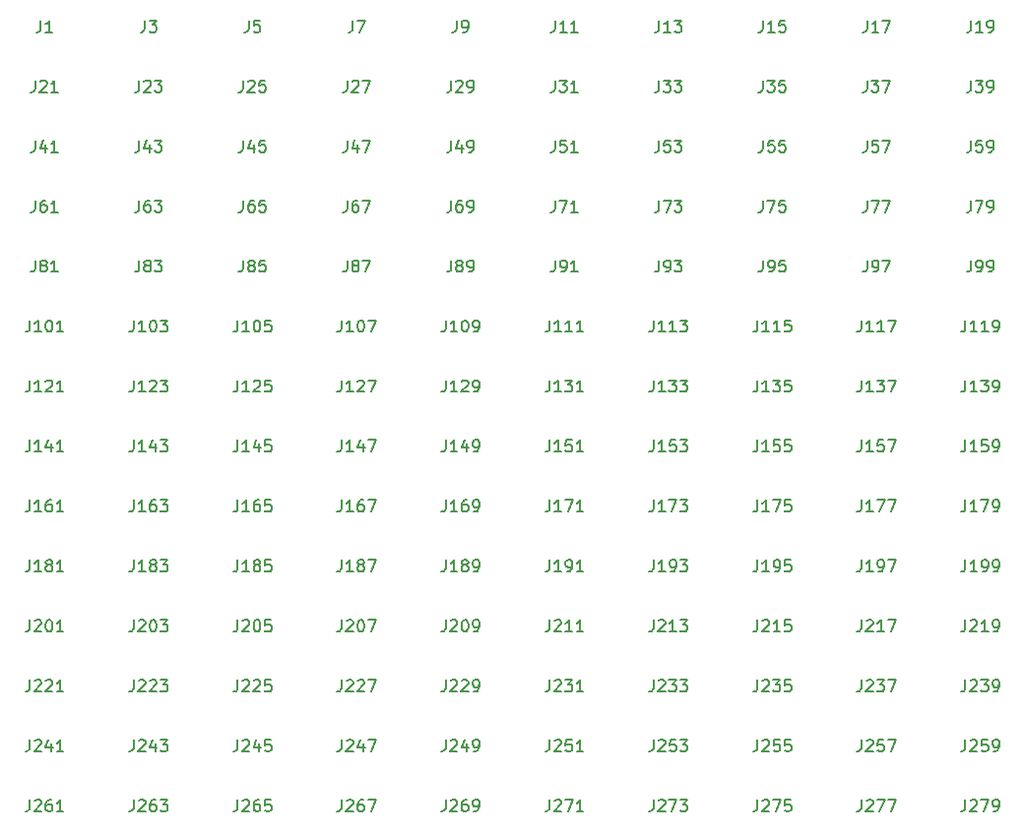
<source format=gbr>
%TF.GenerationSoftware,KiCad,Pcbnew,(6.0.7)*%
%TF.CreationDate,2023-04-07T20:00:28+08:00*%
%TF.ProjectId,MicroUSB2TypeCPanelization,4d696372-6f55-4534-9232-547970654350,rev?*%
%TF.SameCoordinates,Original*%
%TF.FileFunction,Legend,Top*%
%TF.FilePolarity,Positive*%
%FSLAX46Y46*%
G04 Gerber Fmt 4.6, Leading zero omitted, Abs format (unit mm)*
G04 Created by KiCad (PCBNEW (6.0.7)) date 2023-04-07 20:00:28*
%MOMM*%
%LPD*%
G01*
G04 APERTURE LIST*
%ADD10C,0.150000*%
G04 APERTURE END LIST*
D10*
%TO.C,J279*%
X230084285Y-147662380D02*
X230084285Y-148376666D01*
X230036666Y-148519523D01*
X229941428Y-148614761D01*
X229798571Y-148662380D01*
X229703333Y-148662380D01*
X230512857Y-147757619D02*
X230560476Y-147710000D01*
X230655714Y-147662380D01*
X230893809Y-147662380D01*
X230989047Y-147710000D01*
X231036666Y-147757619D01*
X231084285Y-147852857D01*
X231084285Y-147948095D01*
X231036666Y-148090952D01*
X230465238Y-148662380D01*
X231084285Y-148662380D01*
X231417619Y-147662380D02*
X232084285Y-147662380D01*
X231655714Y-148662380D01*
X232512857Y-148662380D02*
X232703333Y-148662380D01*
X232798571Y-148614761D01*
X232846190Y-148567142D01*
X232941428Y-148424285D01*
X232989047Y-148233809D01*
X232989047Y-147852857D01*
X232941428Y-147757619D01*
X232893809Y-147710000D01*
X232798571Y-147662380D01*
X232608095Y-147662380D01*
X232512857Y-147710000D01*
X232465238Y-147757619D01*
X232417619Y-147852857D01*
X232417619Y-148090952D01*
X232465238Y-148186190D01*
X232512857Y-148233809D01*
X232608095Y-148281428D01*
X232798571Y-148281428D01*
X232893809Y-148233809D01*
X232941428Y-148186190D01*
X232989047Y-148090952D01*
%TO.C,J277*%
X221144285Y-147662380D02*
X221144285Y-148376666D01*
X221096666Y-148519523D01*
X221001428Y-148614761D01*
X220858571Y-148662380D01*
X220763333Y-148662380D01*
X221572857Y-147757619D02*
X221620476Y-147710000D01*
X221715714Y-147662380D01*
X221953809Y-147662380D01*
X222049047Y-147710000D01*
X222096666Y-147757619D01*
X222144285Y-147852857D01*
X222144285Y-147948095D01*
X222096666Y-148090952D01*
X221525238Y-148662380D01*
X222144285Y-148662380D01*
X222477619Y-147662380D02*
X223144285Y-147662380D01*
X222715714Y-148662380D01*
X223430000Y-147662380D02*
X224096666Y-147662380D01*
X223668095Y-148662380D01*
%TO.C,J275*%
X212204285Y-147662380D02*
X212204285Y-148376666D01*
X212156666Y-148519523D01*
X212061428Y-148614761D01*
X211918571Y-148662380D01*
X211823333Y-148662380D01*
X212632857Y-147757619D02*
X212680476Y-147710000D01*
X212775714Y-147662380D01*
X213013809Y-147662380D01*
X213109047Y-147710000D01*
X213156666Y-147757619D01*
X213204285Y-147852857D01*
X213204285Y-147948095D01*
X213156666Y-148090952D01*
X212585238Y-148662380D01*
X213204285Y-148662380D01*
X213537619Y-147662380D02*
X214204285Y-147662380D01*
X213775714Y-148662380D01*
X215061428Y-147662380D02*
X214585238Y-147662380D01*
X214537619Y-148138571D01*
X214585238Y-148090952D01*
X214680476Y-148043333D01*
X214918571Y-148043333D01*
X215013809Y-148090952D01*
X215061428Y-148138571D01*
X215109047Y-148233809D01*
X215109047Y-148471904D01*
X215061428Y-148567142D01*
X215013809Y-148614761D01*
X214918571Y-148662380D01*
X214680476Y-148662380D01*
X214585238Y-148614761D01*
X214537619Y-148567142D01*
%TO.C,J273*%
X203264285Y-147662380D02*
X203264285Y-148376666D01*
X203216666Y-148519523D01*
X203121428Y-148614761D01*
X202978571Y-148662380D01*
X202883333Y-148662380D01*
X203692857Y-147757619D02*
X203740476Y-147710000D01*
X203835714Y-147662380D01*
X204073809Y-147662380D01*
X204169047Y-147710000D01*
X204216666Y-147757619D01*
X204264285Y-147852857D01*
X204264285Y-147948095D01*
X204216666Y-148090952D01*
X203645238Y-148662380D01*
X204264285Y-148662380D01*
X204597619Y-147662380D02*
X205264285Y-147662380D01*
X204835714Y-148662380D01*
X205550000Y-147662380D02*
X206169047Y-147662380D01*
X205835714Y-148043333D01*
X205978571Y-148043333D01*
X206073809Y-148090952D01*
X206121428Y-148138571D01*
X206169047Y-148233809D01*
X206169047Y-148471904D01*
X206121428Y-148567142D01*
X206073809Y-148614761D01*
X205978571Y-148662380D01*
X205692857Y-148662380D01*
X205597619Y-148614761D01*
X205550000Y-148567142D01*
%TO.C,J271*%
X194324285Y-147662380D02*
X194324285Y-148376666D01*
X194276666Y-148519523D01*
X194181428Y-148614761D01*
X194038571Y-148662380D01*
X193943333Y-148662380D01*
X194752857Y-147757619D02*
X194800476Y-147710000D01*
X194895714Y-147662380D01*
X195133809Y-147662380D01*
X195229047Y-147710000D01*
X195276666Y-147757619D01*
X195324285Y-147852857D01*
X195324285Y-147948095D01*
X195276666Y-148090952D01*
X194705238Y-148662380D01*
X195324285Y-148662380D01*
X195657619Y-147662380D02*
X196324285Y-147662380D01*
X195895714Y-148662380D01*
X197229047Y-148662380D02*
X196657619Y-148662380D01*
X196943333Y-148662380D02*
X196943333Y-147662380D01*
X196848095Y-147805238D01*
X196752857Y-147900476D01*
X196657619Y-147948095D01*
%TO.C,J269*%
X185384285Y-147662380D02*
X185384285Y-148376666D01*
X185336666Y-148519523D01*
X185241428Y-148614761D01*
X185098571Y-148662380D01*
X185003333Y-148662380D01*
X185812857Y-147757619D02*
X185860476Y-147710000D01*
X185955714Y-147662380D01*
X186193809Y-147662380D01*
X186289047Y-147710000D01*
X186336666Y-147757619D01*
X186384285Y-147852857D01*
X186384285Y-147948095D01*
X186336666Y-148090952D01*
X185765238Y-148662380D01*
X186384285Y-148662380D01*
X187241428Y-147662380D02*
X187050952Y-147662380D01*
X186955714Y-147710000D01*
X186908095Y-147757619D01*
X186812857Y-147900476D01*
X186765238Y-148090952D01*
X186765238Y-148471904D01*
X186812857Y-148567142D01*
X186860476Y-148614761D01*
X186955714Y-148662380D01*
X187146190Y-148662380D01*
X187241428Y-148614761D01*
X187289047Y-148567142D01*
X187336666Y-148471904D01*
X187336666Y-148233809D01*
X187289047Y-148138571D01*
X187241428Y-148090952D01*
X187146190Y-148043333D01*
X186955714Y-148043333D01*
X186860476Y-148090952D01*
X186812857Y-148138571D01*
X186765238Y-148233809D01*
X187812857Y-148662380D02*
X188003333Y-148662380D01*
X188098571Y-148614761D01*
X188146190Y-148567142D01*
X188241428Y-148424285D01*
X188289047Y-148233809D01*
X188289047Y-147852857D01*
X188241428Y-147757619D01*
X188193809Y-147710000D01*
X188098571Y-147662380D01*
X187908095Y-147662380D01*
X187812857Y-147710000D01*
X187765238Y-147757619D01*
X187717619Y-147852857D01*
X187717619Y-148090952D01*
X187765238Y-148186190D01*
X187812857Y-148233809D01*
X187908095Y-148281428D01*
X188098571Y-148281428D01*
X188193809Y-148233809D01*
X188241428Y-148186190D01*
X188289047Y-148090952D01*
%TO.C,J267*%
X176444285Y-147662380D02*
X176444285Y-148376666D01*
X176396666Y-148519523D01*
X176301428Y-148614761D01*
X176158571Y-148662380D01*
X176063333Y-148662380D01*
X176872857Y-147757619D02*
X176920476Y-147710000D01*
X177015714Y-147662380D01*
X177253809Y-147662380D01*
X177349047Y-147710000D01*
X177396666Y-147757619D01*
X177444285Y-147852857D01*
X177444285Y-147948095D01*
X177396666Y-148090952D01*
X176825238Y-148662380D01*
X177444285Y-148662380D01*
X178301428Y-147662380D02*
X178110952Y-147662380D01*
X178015714Y-147710000D01*
X177968095Y-147757619D01*
X177872857Y-147900476D01*
X177825238Y-148090952D01*
X177825238Y-148471904D01*
X177872857Y-148567142D01*
X177920476Y-148614761D01*
X178015714Y-148662380D01*
X178206190Y-148662380D01*
X178301428Y-148614761D01*
X178349047Y-148567142D01*
X178396666Y-148471904D01*
X178396666Y-148233809D01*
X178349047Y-148138571D01*
X178301428Y-148090952D01*
X178206190Y-148043333D01*
X178015714Y-148043333D01*
X177920476Y-148090952D01*
X177872857Y-148138571D01*
X177825238Y-148233809D01*
X178730000Y-147662380D02*
X179396666Y-147662380D01*
X178968095Y-148662380D01*
%TO.C,J265*%
X167504285Y-147662380D02*
X167504285Y-148376666D01*
X167456666Y-148519523D01*
X167361428Y-148614761D01*
X167218571Y-148662380D01*
X167123333Y-148662380D01*
X167932857Y-147757619D02*
X167980476Y-147710000D01*
X168075714Y-147662380D01*
X168313809Y-147662380D01*
X168409047Y-147710000D01*
X168456666Y-147757619D01*
X168504285Y-147852857D01*
X168504285Y-147948095D01*
X168456666Y-148090952D01*
X167885238Y-148662380D01*
X168504285Y-148662380D01*
X169361428Y-147662380D02*
X169170952Y-147662380D01*
X169075714Y-147710000D01*
X169028095Y-147757619D01*
X168932857Y-147900476D01*
X168885238Y-148090952D01*
X168885238Y-148471904D01*
X168932857Y-148567142D01*
X168980476Y-148614761D01*
X169075714Y-148662380D01*
X169266190Y-148662380D01*
X169361428Y-148614761D01*
X169409047Y-148567142D01*
X169456666Y-148471904D01*
X169456666Y-148233809D01*
X169409047Y-148138571D01*
X169361428Y-148090952D01*
X169266190Y-148043333D01*
X169075714Y-148043333D01*
X168980476Y-148090952D01*
X168932857Y-148138571D01*
X168885238Y-148233809D01*
X170361428Y-147662380D02*
X169885238Y-147662380D01*
X169837619Y-148138571D01*
X169885238Y-148090952D01*
X169980476Y-148043333D01*
X170218571Y-148043333D01*
X170313809Y-148090952D01*
X170361428Y-148138571D01*
X170409047Y-148233809D01*
X170409047Y-148471904D01*
X170361428Y-148567142D01*
X170313809Y-148614761D01*
X170218571Y-148662380D01*
X169980476Y-148662380D01*
X169885238Y-148614761D01*
X169837619Y-148567142D01*
%TO.C,J263*%
X158564285Y-147662380D02*
X158564285Y-148376666D01*
X158516666Y-148519523D01*
X158421428Y-148614761D01*
X158278571Y-148662380D01*
X158183333Y-148662380D01*
X158992857Y-147757619D02*
X159040476Y-147710000D01*
X159135714Y-147662380D01*
X159373809Y-147662380D01*
X159469047Y-147710000D01*
X159516666Y-147757619D01*
X159564285Y-147852857D01*
X159564285Y-147948095D01*
X159516666Y-148090952D01*
X158945238Y-148662380D01*
X159564285Y-148662380D01*
X160421428Y-147662380D02*
X160230952Y-147662380D01*
X160135714Y-147710000D01*
X160088095Y-147757619D01*
X159992857Y-147900476D01*
X159945238Y-148090952D01*
X159945238Y-148471904D01*
X159992857Y-148567142D01*
X160040476Y-148614761D01*
X160135714Y-148662380D01*
X160326190Y-148662380D01*
X160421428Y-148614761D01*
X160469047Y-148567142D01*
X160516666Y-148471904D01*
X160516666Y-148233809D01*
X160469047Y-148138571D01*
X160421428Y-148090952D01*
X160326190Y-148043333D01*
X160135714Y-148043333D01*
X160040476Y-148090952D01*
X159992857Y-148138571D01*
X159945238Y-148233809D01*
X160850000Y-147662380D02*
X161469047Y-147662380D01*
X161135714Y-148043333D01*
X161278571Y-148043333D01*
X161373809Y-148090952D01*
X161421428Y-148138571D01*
X161469047Y-148233809D01*
X161469047Y-148471904D01*
X161421428Y-148567142D01*
X161373809Y-148614761D01*
X161278571Y-148662380D01*
X160992857Y-148662380D01*
X160897619Y-148614761D01*
X160850000Y-148567142D01*
%TO.C,J261*%
X149624285Y-147662380D02*
X149624285Y-148376666D01*
X149576666Y-148519523D01*
X149481428Y-148614761D01*
X149338571Y-148662380D01*
X149243333Y-148662380D01*
X150052857Y-147757619D02*
X150100476Y-147710000D01*
X150195714Y-147662380D01*
X150433809Y-147662380D01*
X150529047Y-147710000D01*
X150576666Y-147757619D01*
X150624285Y-147852857D01*
X150624285Y-147948095D01*
X150576666Y-148090952D01*
X150005238Y-148662380D01*
X150624285Y-148662380D01*
X151481428Y-147662380D02*
X151290952Y-147662380D01*
X151195714Y-147710000D01*
X151148095Y-147757619D01*
X151052857Y-147900476D01*
X151005238Y-148090952D01*
X151005238Y-148471904D01*
X151052857Y-148567142D01*
X151100476Y-148614761D01*
X151195714Y-148662380D01*
X151386190Y-148662380D01*
X151481428Y-148614761D01*
X151529047Y-148567142D01*
X151576666Y-148471904D01*
X151576666Y-148233809D01*
X151529047Y-148138571D01*
X151481428Y-148090952D01*
X151386190Y-148043333D01*
X151195714Y-148043333D01*
X151100476Y-148090952D01*
X151052857Y-148138571D01*
X151005238Y-148233809D01*
X152529047Y-148662380D02*
X151957619Y-148662380D01*
X152243333Y-148662380D02*
X152243333Y-147662380D01*
X152148095Y-147805238D01*
X152052857Y-147900476D01*
X151957619Y-147948095D01*
%TO.C,J259*%
X230084285Y-142502380D02*
X230084285Y-143216666D01*
X230036666Y-143359523D01*
X229941428Y-143454761D01*
X229798571Y-143502380D01*
X229703333Y-143502380D01*
X230512857Y-142597619D02*
X230560476Y-142550000D01*
X230655714Y-142502380D01*
X230893809Y-142502380D01*
X230989047Y-142550000D01*
X231036666Y-142597619D01*
X231084285Y-142692857D01*
X231084285Y-142788095D01*
X231036666Y-142930952D01*
X230465238Y-143502380D01*
X231084285Y-143502380D01*
X231989047Y-142502380D02*
X231512857Y-142502380D01*
X231465238Y-142978571D01*
X231512857Y-142930952D01*
X231608095Y-142883333D01*
X231846190Y-142883333D01*
X231941428Y-142930952D01*
X231989047Y-142978571D01*
X232036666Y-143073809D01*
X232036666Y-143311904D01*
X231989047Y-143407142D01*
X231941428Y-143454761D01*
X231846190Y-143502380D01*
X231608095Y-143502380D01*
X231512857Y-143454761D01*
X231465238Y-143407142D01*
X232512857Y-143502380D02*
X232703333Y-143502380D01*
X232798571Y-143454761D01*
X232846190Y-143407142D01*
X232941428Y-143264285D01*
X232989047Y-143073809D01*
X232989047Y-142692857D01*
X232941428Y-142597619D01*
X232893809Y-142550000D01*
X232798571Y-142502380D01*
X232608095Y-142502380D01*
X232512857Y-142550000D01*
X232465238Y-142597619D01*
X232417619Y-142692857D01*
X232417619Y-142930952D01*
X232465238Y-143026190D01*
X232512857Y-143073809D01*
X232608095Y-143121428D01*
X232798571Y-143121428D01*
X232893809Y-143073809D01*
X232941428Y-143026190D01*
X232989047Y-142930952D01*
%TO.C,J257*%
X221144285Y-142502380D02*
X221144285Y-143216666D01*
X221096666Y-143359523D01*
X221001428Y-143454761D01*
X220858571Y-143502380D01*
X220763333Y-143502380D01*
X221572857Y-142597619D02*
X221620476Y-142550000D01*
X221715714Y-142502380D01*
X221953809Y-142502380D01*
X222049047Y-142550000D01*
X222096666Y-142597619D01*
X222144285Y-142692857D01*
X222144285Y-142788095D01*
X222096666Y-142930952D01*
X221525238Y-143502380D01*
X222144285Y-143502380D01*
X223049047Y-142502380D02*
X222572857Y-142502380D01*
X222525238Y-142978571D01*
X222572857Y-142930952D01*
X222668095Y-142883333D01*
X222906190Y-142883333D01*
X223001428Y-142930952D01*
X223049047Y-142978571D01*
X223096666Y-143073809D01*
X223096666Y-143311904D01*
X223049047Y-143407142D01*
X223001428Y-143454761D01*
X222906190Y-143502380D01*
X222668095Y-143502380D01*
X222572857Y-143454761D01*
X222525238Y-143407142D01*
X223430000Y-142502380D02*
X224096666Y-142502380D01*
X223668095Y-143502380D01*
%TO.C,J255*%
X212204285Y-142502380D02*
X212204285Y-143216666D01*
X212156666Y-143359523D01*
X212061428Y-143454761D01*
X211918571Y-143502380D01*
X211823333Y-143502380D01*
X212632857Y-142597619D02*
X212680476Y-142550000D01*
X212775714Y-142502380D01*
X213013809Y-142502380D01*
X213109047Y-142550000D01*
X213156666Y-142597619D01*
X213204285Y-142692857D01*
X213204285Y-142788095D01*
X213156666Y-142930952D01*
X212585238Y-143502380D01*
X213204285Y-143502380D01*
X214109047Y-142502380D02*
X213632857Y-142502380D01*
X213585238Y-142978571D01*
X213632857Y-142930952D01*
X213728095Y-142883333D01*
X213966190Y-142883333D01*
X214061428Y-142930952D01*
X214109047Y-142978571D01*
X214156666Y-143073809D01*
X214156666Y-143311904D01*
X214109047Y-143407142D01*
X214061428Y-143454761D01*
X213966190Y-143502380D01*
X213728095Y-143502380D01*
X213632857Y-143454761D01*
X213585238Y-143407142D01*
X215061428Y-142502380D02*
X214585238Y-142502380D01*
X214537619Y-142978571D01*
X214585238Y-142930952D01*
X214680476Y-142883333D01*
X214918571Y-142883333D01*
X215013809Y-142930952D01*
X215061428Y-142978571D01*
X215109047Y-143073809D01*
X215109047Y-143311904D01*
X215061428Y-143407142D01*
X215013809Y-143454761D01*
X214918571Y-143502380D01*
X214680476Y-143502380D01*
X214585238Y-143454761D01*
X214537619Y-143407142D01*
%TO.C,J253*%
X203264285Y-142502380D02*
X203264285Y-143216666D01*
X203216666Y-143359523D01*
X203121428Y-143454761D01*
X202978571Y-143502380D01*
X202883333Y-143502380D01*
X203692857Y-142597619D02*
X203740476Y-142550000D01*
X203835714Y-142502380D01*
X204073809Y-142502380D01*
X204169047Y-142550000D01*
X204216666Y-142597619D01*
X204264285Y-142692857D01*
X204264285Y-142788095D01*
X204216666Y-142930952D01*
X203645238Y-143502380D01*
X204264285Y-143502380D01*
X205169047Y-142502380D02*
X204692857Y-142502380D01*
X204645238Y-142978571D01*
X204692857Y-142930952D01*
X204788095Y-142883333D01*
X205026190Y-142883333D01*
X205121428Y-142930952D01*
X205169047Y-142978571D01*
X205216666Y-143073809D01*
X205216666Y-143311904D01*
X205169047Y-143407142D01*
X205121428Y-143454761D01*
X205026190Y-143502380D01*
X204788095Y-143502380D01*
X204692857Y-143454761D01*
X204645238Y-143407142D01*
X205550000Y-142502380D02*
X206169047Y-142502380D01*
X205835714Y-142883333D01*
X205978571Y-142883333D01*
X206073809Y-142930952D01*
X206121428Y-142978571D01*
X206169047Y-143073809D01*
X206169047Y-143311904D01*
X206121428Y-143407142D01*
X206073809Y-143454761D01*
X205978571Y-143502380D01*
X205692857Y-143502380D01*
X205597619Y-143454761D01*
X205550000Y-143407142D01*
%TO.C,J251*%
X194324285Y-142502380D02*
X194324285Y-143216666D01*
X194276666Y-143359523D01*
X194181428Y-143454761D01*
X194038571Y-143502380D01*
X193943333Y-143502380D01*
X194752857Y-142597619D02*
X194800476Y-142550000D01*
X194895714Y-142502380D01*
X195133809Y-142502380D01*
X195229047Y-142550000D01*
X195276666Y-142597619D01*
X195324285Y-142692857D01*
X195324285Y-142788095D01*
X195276666Y-142930952D01*
X194705238Y-143502380D01*
X195324285Y-143502380D01*
X196229047Y-142502380D02*
X195752857Y-142502380D01*
X195705238Y-142978571D01*
X195752857Y-142930952D01*
X195848095Y-142883333D01*
X196086190Y-142883333D01*
X196181428Y-142930952D01*
X196229047Y-142978571D01*
X196276666Y-143073809D01*
X196276666Y-143311904D01*
X196229047Y-143407142D01*
X196181428Y-143454761D01*
X196086190Y-143502380D01*
X195848095Y-143502380D01*
X195752857Y-143454761D01*
X195705238Y-143407142D01*
X197229047Y-143502380D02*
X196657619Y-143502380D01*
X196943333Y-143502380D02*
X196943333Y-142502380D01*
X196848095Y-142645238D01*
X196752857Y-142740476D01*
X196657619Y-142788095D01*
%TO.C,J249*%
X185384285Y-142502380D02*
X185384285Y-143216666D01*
X185336666Y-143359523D01*
X185241428Y-143454761D01*
X185098571Y-143502380D01*
X185003333Y-143502380D01*
X185812857Y-142597619D02*
X185860476Y-142550000D01*
X185955714Y-142502380D01*
X186193809Y-142502380D01*
X186289047Y-142550000D01*
X186336666Y-142597619D01*
X186384285Y-142692857D01*
X186384285Y-142788095D01*
X186336666Y-142930952D01*
X185765238Y-143502380D01*
X186384285Y-143502380D01*
X187241428Y-142835714D02*
X187241428Y-143502380D01*
X187003333Y-142454761D02*
X186765238Y-143169047D01*
X187384285Y-143169047D01*
X187812857Y-143502380D02*
X188003333Y-143502380D01*
X188098571Y-143454761D01*
X188146190Y-143407142D01*
X188241428Y-143264285D01*
X188289047Y-143073809D01*
X188289047Y-142692857D01*
X188241428Y-142597619D01*
X188193809Y-142550000D01*
X188098571Y-142502380D01*
X187908095Y-142502380D01*
X187812857Y-142550000D01*
X187765238Y-142597619D01*
X187717619Y-142692857D01*
X187717619Y-142930952D01*
X187765238Y-143026190D01*
X187812857Y-143073809D01*
X187908095Y-143121428D01*
X188098571Y-143121428D01*
X188193809Y-143073809D01*
X188241428Y-143026190D01*
X188289047Y-142930952D01*
%TO.C,J247*%
X176444285Y-142502380D02*
X176444285Y-143216666D01*
X176396666Y-143359523D01*
X176301428Y-143454761D01*
X176158571Y-143502380D01*
X176063333Y-143502380D01*
X176872857Y-142597619D02*
X176920476Y-142550000D01*
X177015714Y-142502380D01*
X177253809Y-142502380D01*
X177349047Y-142550000D01*
X177396666Y-142597619D01*
X177444285Y-142692857D01*
X177444285Y-142788095D01*
X177396666Y-142930952D01*
X176825238Y-143502380D01*
X177444285Y-143502380D01*
X178301428Y-142835714D02*
X178301428Y-143502380D01*
X178063333Y-142454761D02*
X177825238Y-143169047D01*
X178444285Y-143169047D01*
X178730000Y-142502380D02*
X179396666Y-142502380D01*
X178968095Y-143502380D01*
%TO.C,J245*%
X167504285Y-142502380D02*
X167504285Y-143216666D01*
X167456666Y-143359523D01*
X167361428Y-143454761D01*
X167218571Y-143502380D01*
X167123333Y-143502380D01*
X167932857Y-142597619D02*
X167980476Y-142550000D01*
X168075714Y-142502380D01*
X168313809Y-142502380D01*
X168409047Y-142550000D01*
X168456666Y-142597619D01*
X168504285Y-142692857D01*
X168504285Y-142788095D01*
X168456666Y-142930952D01*
X167885238Y-143502380D01*
X168504285Y-143502380D01*
X169361428Y-142835714D02*
X169361428Y-143502380D01*
X169123333Y-142454761D02*
X168885238Y-143169047D01*
X169504285Y-143169047D01*
X170361428Y-142502380D02*
X169885238Y-142502380D01*
X169837619Y-142978571D01*
X169885238Y-142930952D01*
X169980476Y-142883333D01*
X170218571Y-142883333D01*
X170313809Y-142930952D01*
X170361428Y-142978571D01*
X170409047Y-143073809D01*
X170409047Y-143311904D01*
X170361428Y-143407142D01*
X170313809Y-143454761D01*
X170218571Y-143502380D01*
X169980476Y-143502380D01*
X169885238Y-143454761D01*
X169837619Y-143407142D01*
%TO.C,J243*%
X158564285Y-142502380D02*
X158564285Y-143216666D01*
X158516666Y-143359523D01*
X158421428Y-143454761D01*
X158278571Y-143502380D01*
X158183333Y-143502380D01*
X158992857Y-142597619D02*
X159040476Y-142550000D01*
X159135714Y-142502380D01*
X159373809Y-142502380D01*
X159469047Y-142550000D01*
X159516666Y-142597619D01*
X159564285Y-142692857D01*
X159564285Y-142788095D01*
X159516666Y-142930952D01*
X158945238Y-143502380D01*
X159564285Y-143502380D01*
X160421428Y-142835714D02*
X160421428Y-143502380D01*
X160183333Y-142454761D02*
X159945238Y-143169047D01*
X160564285Y-143169047D01*
X160850000Y-142502380D02*
X161469047Y-142502380D01*
X161135714Y-142883333D01*
X161278571Y-142883333D01*
X161373809Y-142930952D01*
X161421428Y-142978571D01*
X161469047Y-143073809D01*
X161469047Y-143311904D01*
X161421428Y-143407142D01*
X161373809Y-143454761D01*
X161278571Y-143502380D01*
X160992857Y-143502380D01*
X160897619Y-143454761D01*
X160850000Y-143407142D01*
%TO.C,J241*%
X149624285Y-142502380D02*
X149624285Y-143216666D01*
X149576666Y-143359523D01*
X149481428Y-143454761D01*
X149338571Y-143502380D01*
X149243333Y-143502380D01*
X150052857Y-142597619D02*
X150100476Y-142550000D01*
X150195714Y-142502380D01*
X150433809Y-142502380D01*
X150529047Y-142550000D01*
X150576666Y-142597619D01*
X150624285Y-142692857D01*
X150624285Y-142788095D01*
X150576666Y-142930952D01*
X150005238Y-143502380D01*
X150624285Y-143502380D01*
X151481428Y-142835714D02*
X151481428Y-143502380D01*
X151243333Y-142454761D02*
X151005238Y-143169047D01*
X151624285Y-143169047D01*
X152529047Y-143502380D02*
X151957619Y-143502380D01*
X152243333Y-143502380D02*
X152243333Y-142502380D01*
X152148095Y-142645238D01*
X152052857Y-142740476D01*
X151957619Y-142788095D01*
%TO.C,J239*%
X230084285Y-137342380D02*
X230084285Y-138056666D01*
X230036666Y-138199523D01*
X229941428Y-138294761D01*
X229798571Y-138342380D01*
X229703333Y-138342380D01*
X230512857Y-137437619D02*
X230560476Y-137390000D01*
X230655714Y-137342380D01*
X230893809Y-137342380D01*
X230989047Y-137390000D01*
X231036666Y-137437619D01*
X231084285Y-137532857D01*
X231084285Y-137628095D01*
X231036666Y-137770952D01*
X230465238Y-138342380D01*
X231084285Y-138342380D01*
X231417619Y-137342380D02*
X232036666Y-137342380D01*
X231703333Y-137723333D01*
X231846190Y-137723333D01*
X231941428Y-137770952D01*
X231989047Y-137818571D01*
X232036666Y-137913809D01*
X232036666Y-138151904D01*
X231989047Y-138247142D01*
X231941428Y-138294761D01*
X231846190Y-138342380D01*
X231560476Y-138342380D01*
X231465238Y-138294761D01*
X231417619Y-138247142D01*
X232512857Y-138342380D02*
X232703333Y-138342380D01*
X232798571Y-138294761D01*
X232846190Y-138247142D01*
X232941428Y-138104285D01*
X232989047Y-137913809D01*
X232989047Y-137532857D01*
X232941428Y-137437619D01*
X232893809Y-137390000D01*
X232798571Y-137342380D01*
X232608095Y-137342380D01*
X232512857Y-137390000D01*
X232465238Y-137437619D01*
X232417619Y-137532857D01*
X232417619Y-137770952D01*
X232465238Y-137866190D01*
X232512857Y-137913809D01*
X232608095Y-137961428D01*
X232798571Y-137961428D01*
X232893809Y-137913809D01*
X232941428Y-137866190D01*
X232989047Y-137770952D01*
%TO.C,J237*%
X221144285Y-137342380D02*
X221144285Y-138056666D01*
X221096666Y-138199523D01*
X221001428Y-138294761D01*
X220858571Y-138342380D01*
X220763333Y-138342380D01*
X221572857Y-137437619D02*
X221620476Y-137390000D01*
X221715714Y-137342380D01*
X221953809Y-137342380D01*
X222049047Y-137390000D01*
X222096666Y-137437619D01*
X222144285Y-137532857D01*
X222144285Y-137628095D01*
X222096666Y-137770952D01*
X221525238Y-138342380D01*
X222144285Y-138342380D01*
X222477619Y-137342380D02*
X223096666Y-137342380D01*
X222763333Y-137723333D01*
X222906190Y-137723333D01*
X223001428Y-137770952D01*
X223049047Y-137818571D01*
X223096666Y-137913809D01*
X223096666Y-138151904D01*
X223049047Y-138247142D01*
X223001428Y-138294761D01*
X222906190Y-138342380D01*
X222620476Y-138342380D01*
X222525238Y-138294761D01*
X222477619Y-138247142D01*
X223430000Y-137342380D02*
X224096666Y-137342380D01*
X223668095Y-138342380D01*
%TO.C,J235*%
X212204285Y-137342380D02*
X212204285Y-138056666D01*
X212156666Y-138199523D01*
X212061428Y-138294761D01*
X211918571Y-138342380D01*
X211823333Y-138342380D01*
X212632857Y-137437619D02*
X212680476Y-137390000D01*
X212775714Y-137342380D01*
X213013809Y-137342380D01*
X213109047Y-137390000D01*
X213156666Y-137437619D01*
X213204285Y-137532857D01*
X213204285Y-137628095D01*
X213156666Y-137770952D01*
X212585238Y-138342380D01*
X213204285Y-138342380D01*
X213537619Y-137342380D02*
X214156666Y-137342380D01*
X213823333Y-137723333D01*
X213966190Y-137723333D01*
X214061428Y-137770952D01*
X214109047Y-137818571D01*
X214156666Y-137913809D01*
X214156666Y-138151904D01*
X214109047Y-138247142D01*
X214061428Y-138294761D01*
X213966190Y-138342380D01*
X213680476Y-138342380D01*
X213585238Y-138294761D01*
X213537619Y-138247142D01*
X215061428Y-137342380D02*
X214585238Y-137342380D01*
X214537619Y-137818571D01*
X214585238Y-137770952D01*
X214680476Y-137723333D01*
X214918571Y-137723333D01*
X215013809Y-137770952D01*
X215061428Y-137818571D01*
X215109047Y-137913809D01*
X215109047Y-138151904D01*
X215061428Y-138247142D01*
X215013809Y-138294761D01*
X214918571Y-138342380D01*
X214680476Y-138342380D01*
X214585238Y-138294761D01*
X214537619Y-138247142D01*
%TO.C,J233*%
X203264285Y-137342380D02*
X203264285Y-138056666D01*
X203216666Y-138199523D01*
X203121428Y-138294761D01*
X202978571Y-138342380D01*
X202883333Y-138342380D01*
X203692857Y-137437619D02*
X203740476Y-137390000D01*
X203835714Y-137342380D01*
X204073809Y-137342380D01*
X204169047Y-137390000D01*
X204216666Y-137437619D01*
X204264285Y-137532857D01*
X204264285Y-137628095D01*
X204216666Y-137770952D01*
X203645238Y-138342380D01*
X204264285Y-138342380D01*
X204597619Y-137342380D02*
X205216666Y-137342380D01*
X204883333Y-137723333D01*
X205026190Y-137723333D01*
X205121428Y-137770952D01*
X205169047Y-137818571D01*
X205216666Y-137913809D01*
X205216666Y-138151904D01*
X205169047Y-138247142D01*
X205121428Y-138294761D01*
X205026190Y-138342380D01*
X204740476Y-138342380D01*
X204645238Y-138294761D01*
X204597619Y-138247142D01*
X205550000Y-137342380D02*
X206169047Y-137342380D01*
X205835714Y-137723333D01*
X205978571Y-137723333D01*
X206073809Y-137770952D01*
X206121428Y-137818571D01*
X206169047Y-137913809D01*
X206169047Y-138151904D01*
X206121428Y-138247142D01*
X206073809Y-138294761D01*
X205978571Y-138342380D01*
X205692857Y-138342380D01*
X205597619Y-138294761D01*
X205550000Y-138247142D01*
%TO.C,J231*%
X194324285Y-137342380D02*
X194324285Y-138056666D01*
X194276666Y-138199523D01*
X194181428Y-138294761D01*
X194038571Y-138342380D01*
X193943333Y-138342380D01*
X194752857Y-137437619D02*
X194800476Y-137390000D01*
X194895714Y-137342380D01*
X195133809Y-137342380D01*
X195229047Y-137390000D01*
X195276666Y-137437619D01*
X195324285Y-137532857D01*
X195324285Y-137628095D01*
X195276666Y-137770952D01*
X194705238Y-138342380D01*
X195324285Y-138342380D01*
X195657619Y-137342380D02*
X196276666Y-137342380D01*
X195943333Y-137723333D01*
X196086190Y-137723333D01*
X196181428Y-137770952D01*
X196229047Y-137818571D01*
X196276666Y-137913809D01*
X196276666Y-138151904D01*
X196229047Y-138247142D01*
X196181428Y-138294761D01*
X196086190Y-138342380D01*
X195800476Y-138342380D01*
X195705238Y-138294761D01*
X195657619Y-138247142D01*
X197229047Y-138342380D02*
X196657619Y-138342380D01*
X196943333Y-138342380D02*
X196943333Y-137342380D01*
X196848095Y-137485238D01*
X196752857Y-137580476D01*
X196657619Y-137628095D01*
%TO.C,J229*%
X185384285Y-137342380D02*
X185384285Y-138056666D01*
X185336666Y-138199523D01*
X185241428Y-138294761D01*
X185098571Y-138342380D01*
X185003333Y-138342380D01*
X185812857Y-137437619D02*
X185860476Y-137390000D01*
X185955714Y-137342380D01*
X186193809Y-137342380D01*
X186289047Y-137390000D01*
X186336666Y-137437619D01*
X186384285Y-137532857D01*
X186384285Y-137628095D01*
X186336666Y-137770952D01*
X185765238Y-138342380D01*
X186384285Y-138342380D01*
X186765238Y-137437619D02*
X186812857Y-137390000D01*
X186908095Y-137342380D01*
X187146190Y-137342380D01*
X187241428Y-137390000D01*
X187289047Y-137437619D01*
X187336666Y-137532857D01*
X187336666Y-137628095D01*
X187289047Y-137770952D01*
X186717619Y-138342380D01*
X187336666Y-138342380D01*
X187812857Y-138342380D02*
X188003333Y-138342380D01*
X188098571Y-138294761D01*
X188146190Y-138247142D01*
X188241428Y-138104285D01*
X188289047Y-137913809D01*
X188289047Y-137532857D01*
X188241428Y-137437619D01*
X188193809Y-137390000D01*
X188098571Y-137342380D01*
X187908095Y-137342380D01*
X187812857Y-137390000D01*
X187765238Y-137437619D01*
X187717619Y-137532857D01*
X187717619Y-137770952D01*
X187765238Y-137866190D01*
X187812857Y-137913809D01*
X187908095Y-137961428D01*
X188098571Y-137961428D01*
X188193809Y-137913809D01*
X188241428Y-137866190D01*
X188289047Y-137770952D01*
%TO.C,J227*%
X176444285Y-137342380D02*
X176444285Y-138056666D01*
X176396666Y-138199523D01*
X176301428Y-138294761D01*
X176158571Y-138342380D01*
X176063333Y-138342380D01*
X176872857Y-137437619D02*
X176920476Y-137390000D01*
X177015714Y-137342380D01*
X177253809Y-137342380D01*
X177349047Y-137390000D01*
X177396666Y-137437619D01*
X177444285Y-137532857D01*
X177444285Y-137628095D01*
X177396666Y-137770952D01*
X176825238Y-138342380D01*
X177444285Y-138342380D01*
X177825238Y-137437619D02*
X177872857Y-137390000D01*
X177968095Y-137342380D01*
X178206190Y-137342380D01*
X178301428Y-137390000D01*
X178349047Y-137437619D01*
X178396666Y-137532857D01*
X178396666Y-137628095D01*
X178349047Y-137770952D01*
X177777619Y-138342380D01*
X178396666Y-138342380D01*
X178730000Y-137342380D02*
X179396666Y-137342380D01*
X178968095Y-138342380D01*
%TO.C,J225*%
X167504285Y-137342380D02*
X167504285Y-138056666D01*
X167456666Y-138199523D01*
X167361428Y-138294761D01*
X167218571Y-138342380D01*
X167123333Y-138342380D01*
X167932857Y-137437619D02*
X167980476Y-137390000D01*
X168075714Y-137342380D01*
X168313809Y-137342380D01*
X168409047Y-137390000D01*
X168456666Y-137437619D01*
X168504285Y-137532857D01*
X168504285Y-137628095D01*
X168456666Y-137770952D01*
X167885238Y-138342380D01*
X168504285Y-138342380D01*
X168885238Y-137437619D02*
X168932857Y-137390000D01*
X169028095Y-137342380D01*
X169266190Y-137342380D01*
X169361428Y-137390000D01*
X169409047Y-137437619D01*
X169456666Y-137532857D01*
X169456666Y-137628095D01*
X169409047Y-137770952D01*
X168837619Y-138342380D01*
X169456666Y-138342380D01*
X170361428Y-137342380D02*
X169885238Y-137342380D01*
X169837619Y-137818571D01*
X169885238Y-137770952D01*
X169980476Y-137723333D01*
X170218571Y-137723333D01*
X170313809Y-137770952D01*
X170361428Y-137818571D01*
X170409047Y-137913809D01*
X170409047Y-138151904D01*
X170361428Y-138247142D01*
X170313809Y-138294761D01*
X170218571Y-138342380D01*
X169980476Y-138342380D01*
X169885238Y-138294761D01*
X169837619Y-138247142D01*
%TO.C,J223*%
X158564285Y-137342380D02*
X158564285Y-138056666D01*
X158516666Y-138199523D01*
X158421428Y-138294761D01*
X158278571Y-138342380D01*
X158183333Y-138342380D01*
X158992857Y-137437619D02*
X159040476Y-137390000D01*
X159135714Y-137342380D01*
X159373809Y-137342380D01*
X159469047Y-137390000D01*
X159516666Y-137437619D01*
X159564285Y-137532857D01*
X159564285Y-137628095D01*
X159516666Y-137770952D01*
X158945238Y-138342380D01*
X159564285Y-138342380D01*
X159945238Y-137437619D02*
X159992857Y-137390000D01*
X160088095Y-137342380D01*
X160326190Y-137342380D01*
X160421428Y-137390000D01*
X160469047Y-137437619D01*
X160516666Y-137532857D01*
X160516666Y-137628095D01*
X160469047Y-137770952D01*
X159897619Y-138342380D01*
X160516666Y-138342380D01*
X160850000Y-137342380D02*
X161469047Y-137342380D01*
X161135714Y-137723333D01*
X161278571Y-137723333D01*
X161373809Y-137770952D01*
X161421428Y-137818571D01*
X161469047Y-137913809D01*
X161469047Y-138151904D01*
X161421428Y-138247142D01*
X161373809Y-138294761D01*
X161278571Y-138342380D01*
X160992857Y-138342380D01*
X160897619Y-138294761D01*
X160850000Y-138247142D01*
%TO.C,J221*%
X149624285Y-137342380D02*
X149624285Y-138056666D01*
X149576666Y-138199523D01*
X149481428Y-138294761D01*
X149338571Y-138342380D01*
X149243333Y-138342380D01*
X150052857Y-137437619D02*
X150100476Y-137390000D01*
X150195714Y-137342380D01*
X150433809Y-137342380D01*
X150529047Y-137390000D01*
X150576666Y-137437619D01*
X150624285Y-137532857D01*
X150624285Y-137628095D01*
X150576666Y-137770952D01*
X150005238Y-138342380D01*
X150624285Y-138342380D01*
X151005238Y-137437619D02*
X151052857Y-137390000D01*
X151148095Y-137342380D01*
X151386190Y-137342380D01*
X151481428Y-137390000D01*
X151529047Y-137437619D01*
X151576666Y-137532857D01*
X151576666Y-137628095D01*
X151529047Y-137770952D01*
X150957619Y-138342380D01*
X151576666Y-138342380D01*
X152529047Y-138342380D02*
X151957619Y-138342380D01*
X152243333Y-138342380D02*
X152243333Y-137342380D01*
X152148095Y-137485238D01*
X152052857Y-137580476D01*
X151957619Y-137628095D01*
%TO.C,J219*%
X230084285Y-132182380D02*
X230084285Y-132896666D01*
X230036666Y-133039523D01*
X229941428Y-133134761D01*
X229798571Y-133182380D01*
X229703333Y-133182380D01*
X230512857Y-132277619D02*
X230560476Y-132230000D01*
X230655714Y-132182380D01*
X230893809Y-132182380D01*
X230989047Y-132230000D01*
X231036666Y-132277619D01*
X231084285Y-132372857D01*
X231084285Y-132468095D01*
X231036666Y-132610952D01*
X230465238Y-133182380D01*
X231084285Y-133182380D01*
X232036666Y-133182380D02*
X231465238Y-133182380D01*
X231750952Y-133182380D02*
X231750952Y-132182380D01*
X231655714Y-132325238D01*
X231560476Y-132420476D01*
X231465238Y-132468095D01*
X232512857Y-133182380D02*
X232703333Y-133182380D01*
X232798571Y-133134761D01*
X232846190Y-133087142D01*
X232941428Y-132944285D01*
X232989047Y-132753809D01*
X232989047Y-132372857D01*
X232941428Y-132277619D01*
X232893809Y-132230000D01*
X232798571Y-132182380D01*
X232608095Y-132182380D01*
X232512857Y-132230000D01*
X232465238Y-132277619D01*
X232417619Y-132372857D01*
X232417619Y-132610952D01*
X232465238Y-132706190D01*
X232512857Y-132753809D01*
X232608095Y-132801428D01*
X232798571Y-132801428D01*
X232893809Y-132753809D01*
X232941428Y-132706190D01*
X232989047Y-132610952D01*
%TO.C,J217*%
X221144285Y-132182380D02*
X221144285Y-132896666D01*
X221096666Y-133039523D01*
X221001428Y-133134761D01*
X220858571Y-133182380D01*
X220763333Y-133182380D01*
X221572857Y-132277619D02*
X221620476Y-132230000D01*
X221715714Y-132182380D01*
X221953809Y-132182380D01*
X222049047Y-132230000D01*
X222096666Y-132277619D01*
X222144285Y-132372857D01*
X222144285Y-132468095D01*
X222096666Y-132610952D01*
X221525238Y-133182380D01*
X222144285Y-133182380D01*
X223096666Y-133182380D02*
X222525238Y-133182380D01*
X222810952Y-133182380D02*
X222810952Y-132182380D01*
X222715714Y-132325238D01*
X222620476Y-132420476D01*
X222525238Y-132468095D01*
X223430000Y-132182380D02*
X224096666Y-132182380D01*
X223668095Y-133182380D01*
%TO.C,J215*%
X212204285Y-132182380D02*
X212204285Y-132896666D01*
X212156666Y-133039523D01*
X212061428Y-133134761D01*
X211918571Y-133182380D01*
X211823333Y-133182380D01*
X212632857Y-132277619D02*
X212680476Y-132230000D01*
X212775714Y-132182380D01*
X213013809Y-132182380D01*
X213109047Y-132230000D01*
X213156666Y-132277619D01*
X213204285Y-132372857D01*
X213204285Y-132468095D01*
X213156666Y-132610952D01*
X212585238Y-133182380D01*
X213204285Y-133182380D01*
X214156666Y-133182380D02*
X213585238Y-133182380D01*
X213870952Y-133182380D02*
X213870952Y-132182380D01*
X213775714Y-132325238D01*
X213680476Y-132420476D01*
X213585238Y-132468095D01*
X215061428Y-132182380D02*
X214585238Y-132182380D01*
X214537619Y-132658571D01*
X214585238Y-132610952D01*
X214680476Y-132563333D01*
X214918571Y-132563333D01*
X215013809Y-132610952D01*
X215061428Y-132658571D01*
X215109047Y-132753809D01*
X215109047Y-132991904D01*
X215061428Y-133087142D01*
X215013809Y-133134761D01*
X214918571Y-133182380D01*
X214680476Y-133182380D01*
X214585238Y-133134761D01*
X214537619Y-133087142D01*
%TO.C,J213*%
X203264285Y-132182380D02*
X203264285Y-132896666D01*
X203216666Y-133039523D01*
X203121428Y-133134761D01*
X202978571Y-133182380D01*
X202883333Y-133182380D01*
X203692857Y-132277619D02*
X203740476Y-132230000D01*
X203835714Y-132182380D01*
X204073809Y-132182380D01*
X204169047Y-132230000D01*
X204216666Y-132277619D01*
X204264285Y-132372857D01*
X204264285Y-132468095D01*
X204216666Y-132610952D01*
X203645238Y-133182380D01*
X204264285Y-133182380D01*
X205216666Y-133182380D02*
X204645238Y-133182380D01*
X204930952Y-133182380D02*
X204930952Y-132182380D01*
X204835714Y-132325238D01*
X204740476Y-132420476D01*
X204645238Y-132468095D01*
X205550000Y-132182380D02*
X206169047Y-132182380D01*
X205835714Y-132563333D01*
X205978571Y-132563333D01*
X206073809Y-132610952D01*
X206121428Y-132658571D01*
X206169047Y-132753809D01*
X206169047Y-132991904D01*
X206121428Y-133087142D01*
X206073809Y-133134761D01*
X205978571Y-133182380D01*
X205692857Y-133182380D01*
X205597619Y-133134761D01*
X205550000Y-133087142D01*
%TO.C,J211*%
X194324285Y-132182380D02*
X194324285Y-132896666D01*
X194276666Y-133039523D01*
X194181428Y-133134761D01*
X194038571Y-133182380D01*
X193943333Y-133182380D01*
X194752857Y-132277619D02*
X194800476Y-132230000D01*
X194895714Y-132182380D01*
X195133809Y-132182380D01*
X195229047Y-132230000D01*
X195276666Y-132277619D01*
X195324285Y-132372857D01*
X195324285Y-132468095D01*
X195276666Y-132610952D01*
X194705238Y-133182380D01*
X195324285Y-133182380D01*
X196276666Y-133182380D02*
X195705238Y-133182380D01*
X195990952Y-133182380D02*
X195990952Y-132182380D01*
X195895714Y-132325238D01*
X195800476Y-132420476D01*
X195705238Y-132468095D01*
X197229047Y-133182380D02*
X196657619Y-133182380D01*
X196943333Y-133182380D02*
X196943333Y-132182380D01*
X196848095Y-132325238D01*
X196752857Y-132420476D01*
X196657619Y-132468095D01*
%TO.C,J209*%
X185384285Y-132182380D02*
X185384285Y-132896666D01*
X185336666Y-133039523D01*
X185241428Y-133134761D01*
X185098571Y-133182380D01*
X185003333Y-133182380D01*
X185812857Y-132277619D02*
X185860476Y-132230000D01*
X185955714Y-132182380D01*
X186193809Y-132182380D01*
X186289047Y-132230000D01*
X186336666Y-132277619D01*
X186384285Y-132372857D01*
X186384285Y-132468095D01*
X186336666Y-132610952D01*
X185765238Y-133182380D01*
X186384285Y-133182380D01*
X187003333Y-132182380D02*
X187098571Y-132182380D01*
X187193809Y-132230000D01*
X187241428Y-132277619D01*
X187289047Y-132372857D01*
X187336666Y-132563333D01*
X187336666Y-132801428D01*
X187289047Y-132991904D01*
X187241428Y-133087142D01*
X187193809Y-133134761D01*
X187098571Y-133182380D01*
X187003333Y-133182380D01*
X186908095Y-133134761D01*
X186860476Y-133087142D01*
X186812857Y-132991904D01*
X186765238Y-132801428D01*
X186765238Y-132563333D01*
X186812857Y-132372857D01*
X186860476Y-132277619D01*
X186908095Y-132230000D01*
X187003333Y-132182380D01*
X187812857Y-133182380D02*
X188003333Y-133182380D01*
X188098571Y-133134761D01*
X188146190Y-133087142D01*
X188241428Y-132944285D01*
X188289047Y-132753809D01*
X188289047Y-132372857D01*
X188241428Y-132277619D01*
X188193809Y-132230000D01*
X188098571Y-132182380D01*
X187908095Y-132182380D01*
X187812857Y-132230000D01*
X187765238Y-132277619D01*
X187717619Y-132372857D01*
X187717619Y-132610952D01*
X187765238Y-132706190D01*
X187812857Y-132753809D01*
X187908095Y-132801428D01*
X188098571Y-132801428D01*
X188193809Y-132753809D01*
X188241428Y-132706190D01*
X188289047Y-132610952D01*
%TO.C,J207*%
X176444285Y-132182380D02*
X176444285Y-132896666D01*
X176396666Y-133039523D01*
X176301428Y-133134761D01*
X176158571Y-133182380D01*
X176063333Y-133182380D01*
X176872857Y-132277619D02*
X176920476Y-132230000D01*
X177015714Y-132182380D01*
X177253809Y-132182380D01*
X177349047Y-132230000D01*
X177396666Y-132277619D01*
X177444285Y-132372857D01*
X177444285Y-132468095D01*
X177396666Y-132610952D01*
X176825238Y-133182380D01*
X177444285Y-133182380D01*
X178063333Y-132182380D02*
X178158571Y-132182380D01*
X178253809Y-132230000D01*
X178301428Y-132277619D01*
X178349047Y-132372857D01*
X178396666Y-132563333D01*
X178396666Y-132801428D01*
X178349047Y-132991904D01*
X178301428Y-133087142D01*
X178253809Y-133134761D01*
X178158571Y-133182380D01*
X178063333Y-133182380D01*
X177968095Y-133134761D01*
X177920476Y-133087142D01*
X177872857Y-132991904D01*
X177825238Y-132801428D01*
X177825238Y-132563333D01*
X177872857Y-132372857D01*
X177920476Y-132277619D01*
X177968095Y-132230000D01*
X178063333Y-132182380D01*
X178730000Y-132182380D02*
X179396666Y-132182380D01*
X178968095Y-133182380D01*
%TO.C,J205*%
X167504285Y-132182380D02*
X167504285Y-132896666D01*
X167456666Y-133039523D01*
X167361428Y-133134761D01*
X167218571Y-133182380D01*
X167123333Y-133182380D01*
X167932857Y-132277619D02*
X167980476Y-132230000D01*
X168075714Y-132182380D01*
X168313809Y-132182380D01*
X168409047Y-132230000D01*
X168456666Y-132277619D01*
X168504285Y-132372857D01*
X168504285Y-132468095D01*
X168456666Y-132610952D01*
X167885238Y-133182380D01*
X168504285Y-133182380D01*
X169123333Y-132182380D02*
X169218571Y-132182380D01*
X169313809Y-132230000D01*
X169361428Y-132277619D01*
X169409047Y-132372857D01*
X169456666Y-132563333D01*
X169456666Y-132801428D01*
X169409047Y-132991904D01*
X169361428Y-133087142D01*
X169313809Y-133134761D01*
X169218571Y-133182380D01*
X169123333Y-133182380D01*
X169028095Y-133134761D01*
X168980476Y-133087142D01*
X168932857Y-132991904D01*
X168885238Y-132801428D01*
X168885238Y-132563333D01*
X168932857Y-132372857D01*
X168980476Y-132277619D01*
X169028095Y-132230000D01*
X169123333Y-132182380D01*
X170361428Y-132182380D02*
X169885238Y-132182380D01*
X169837619Y-132658571D01*
X169885238Y-132610952D01*
X169980476Y-132563333D01*
X170218571Y-132563333D01*
X170313809Y-132610952D01*
X170361428Y-132658571D01*
X170409047Y-132753809D01*
X170409047Y-132991904D01*
X170361428Y-133087142D01*
X170313809Y-133134761D01*
X170218571Y-133182380D01*
X169980476Y-133182380D01*
X169885238Y-133134761D01*
X169837619Y-133087142D01*
%TO.C,J203*%
X158564285Y-132182380D02*
X158564285Y-132896666D01*
X158516666Y-133039523D01*
X158421428Y-133134761D01*
X158278571Y-133182380D01*
X158183333Y-133182380D01*
X158992857Y-132277619D02*
X159040476Y-132230000D01*
X159135714Y-132182380D01*
X159373809Y-132182380D01*
X159469047Y-132230000D01*
X159516666Y-132277619D01*
X159564285Y-132372857D01*
X159564285Y-132468095D01*
X159516666Y-132610952D01*
X158945238Y-133182380D01*
X159564285Y-133182380D01*
X160183333Y-132182380D02*
X160278571Y-132182380D01*
X160373809Y-132230000D01*
X160421428Y-132277619D01*
X160469047Y-132372857D01*
X160516666Y-132563333D01*
X160516666Y-132801428D01*
X160469047Y-132991904D01*
X160421428Y-133087142D01*
X160373809Y-133134761D01*
X160278571Y-133182380D01*
X160183333Y-133182380D01*
X160088095Y-133134761D01*
X160040476Y-133087142D01*
X159992857Y-132991904D01*
X159945238Y-132801428D01*
X159945238Y-132563333D01*
X159992857Y-132372857D01*
X160040476Y-132277619D01*
X160088095Y-132230000D01*
X160183333Y-132182380D01*
X160850000Y-132182380D02*
X161469047Y-132182380D01*
X161135714Y-132563333D01*
X161278571Y-132563333D01*
X161373809Y-132610952D01*
X161421428Y-132658571D01*
X161469047Y-132753809D01*
X161469047Y-132991904D01*
X161421428Y-133087142D01*
X161373809Y-133134761D01*
X161278571Y-133182380D01*
X160992857Y-133182380D01*
X160897619Y-133134761D01*
X160850000Y-133087142D01*
%TO.C,J201*%
X149624285Y-132182380D02*
X149624285Y-132896666D01*
X149576666Y-133039523D01*
X149481428Y-133134761D01*
X149338571Y-133182380D01*
X149243333Y-133182380D01*
X150052857Y-132277619D02*
X150100476Y-132230000D01*
X150195714Y-132182380D01*
X150433809Y-132182380D01*
X150529047Y-132230000D01*
X150576666Y-132277619D01*
X150624285Y-132372857D01*
X150624285Y-132468095D01*
X150576666Y-132610952D01*
X150005238Y-133182380D01*
X150624285Y-133182380D01*
X151243333Y-132182380D02*
X151338571Y-132182380D01*
X151433809Y-132230000D01*
X151481428Y-132277619D01*
X151529047Y-132372857D01*
X151576666Y-132563333D01*
X151576666Y-132801428D01*
X151529047Y-132991904D01*
X151481428Y-133087142D01*
X151433809Y-133134761D01*
X151338571Y-133182380D01*
X151243333Y-133182380D01*
X151148095Y-133134761D01*
X151100476Y-133087142D01*
X151052857Y-132991904D01*
X151005238Y-132801428D01*
X151005238Y-132563333D01*
X151052857Y-132372857D01*
X151100476Y-132277619D01*
X151148095Y-132230000D01*
X151243333Y-132182380D01*
X152529047Y-133182380D02*
X151957619Y-133182380D01*
X152243333Y-133182380D02*
X152243333Y-132182380D01*
X152148095Y-132325238D01*
X152052857Y-132420476D01*
X151957619Y-132468095D01*
%TO.C,J199*%
X230084285Y-127022380D02*
X230084285Y-127736666D01*
X230036666Y-127879523D01*
X229941428Y-127974761D01*
X229798571Y-128022380D01*
X229703333Y-128022380D01*
X231084285Y-128022380D02*
X230512857Y-128022380D01*
X230798571Y-128022380D02*
X230798571Y-127022380D01*
X230703333Y-127165238D01*
X230608095Y-127260476D01*
X230512857Y-127308095D01*
X231560476Y-128022380D02*
X231750952Y-128022380D01*
X231846190Y-127974761D01*
X231893809Y-127927142D01*
X231989047Y-127784285D01*
X232036666Y-127593809D01*
X232036666Y-127212857D01*
X231989047Y-127117619D01*
X231941428Y-127070000D01*
X231846190Y-127022380D01*
X231655714Y-127022380D01*
X231560476Y-127070000D01*
X231512857Y-127117619D01*
X231465238Y-127212857D01*
X231465238Y-127450952D01*
X231512857Y-127546190D01*
X231560476Y-127593809D01*
X231655714Y-127641428D01*
X231846190Y-127641428D01*
X231941428Y-127593809D01*
X231989047Y-127546190D01*
X232036666Y-127450952D01*
X232512857Y-128022380D02*
X232703333Y-128022380D01*
X232798571Y-127974761D01*
X232846190Y-127927142D01*
X232941428Y-127784285D01*
X232989047Y-127593809D01*
X232989047Y-127212857D01*
X232941428Y-127117619D01*
X232893809Y-127070000D01*
X232798571Y-127022380D01*
X232608095Y-127022380D01*
X232512857Y-127070000D01*
X232465238Y-127117619D01*
X232417619Y-127212857D01*
X232417619Y-127450952D01*
X232465238Y-127546190D01*
X232512857Y-127593809D01*
X232608095Y-127641428D01*
X232798571Y-127641428D01*
X232893809Y-127593809D01*
X232941428Y-127546190D01*
X232989047Y-127450952D01*
%TO.C,J197*%
X221144285Y-127022380D02*
X221144285Y-127736666D01*
X221096666Y-127879523D01*
X221001428Y-127974761D01*
X220858571Y-128022380D01*
X220763333Y-128022380D01*
X222144285Y-128022380D02*
X221572857Y-128022380D01*
X221858571Y-128022380D02*
X221858571Y-127022380D01*
X221763333Y-127165238D01*
X221668095Y-127260476D01*
X221572857Y-127308095D01*
X222620476Y-128022380D02*
X222810952Y-128022380D01*
X222906190Y-127974761D01*
X222953809Y-127927142D01*
X223049047Y-127784285D01*
X223096666Y-127593809D01*
X223096666Y-127212857D01*
X223049047Y-127117619D01*
X223001428Y-127070000D01*
X222906190Y-127022380D01*
X222715714Y-127022380D01*
X222620476Y-127070000D01*
X222572857Y-127117619D01*
X222525238Y-127212857D01*
X222525238Y-127450952D01*
X222572857Y-127546190D01*
X222620476Y-127593809D01*
X222715714Y-127641428D01*
X222906190Y-127641428D01*
X223001428Y-127593809D01*
X223049047Y-127546190D01*
X223096666Y-127450952D01*
X223430000Y-127022380D02*
X224096666Y-127022380D01*
X223668095Y-128022380D01*
%TO.C,J195*%
X212204285Y-127022380D02*
X212204285Y-127736666D01*
X212156666Y-127879523D01*
X212061428Y-127974761D01*
X211918571Y-128022380D01*
X211823333Y-128022380D01*
X213204285Y-128022380D02*
X212632857Y-128022380D01*
X212918571Y-128022380D02*
X212918571Y-127022380D01*
X212823333Y-127165238D01*
X212728095Y-127260476D01*
X212632857Y-127308095D01*
X213680476Y-128022380D02*
X213870952Y-128022380D01*
X213966190Y-127974761D01*
X214013809Y-127927142D01*
X214109047Y-127784285D01*
X214156666Y-127593809D01*
X214156666Y-127212857D01*
X214109047Y-127117619D01*
X214061428Y-127070000D01*
X213966190Y-127022380D01*
X213775714Y-127022380D01*
X213680476Y-127070000D01*
X213632857Y-127117619D01*
X213585238Y-127212857D01*
X213585238Y-127450952D01*
X213632857Y-127546190D01*
X213680476Y-127593809D01*
X213775714Y-127641428D01*
X213966190Y-127641428D01*
X214061428Y-127593809D01*
X214109047Y-127546190D01*
X214156666Y-127450952D01*
X215061428Y-127022380D02*
X214585238Y-127022380D01*
X214537619Y-127498571D01*
X214585238Y-127450952D01*
X214680476Y-127403333D01*
X214918571Y-127403333D01*
X215013809Y-127450952D01*
X215061428Y-127498571D01*
X215109047Y-127593809D01*
X215109047Y-127831904D01*
X215061428Y-127927142D01*
X215013809Y-127974761D01*
X214918571Y-128022380D01*
X214680476Y-128022380D01*
X214585238Y-127974761D01*
X214537619Y-127927142D01*
%TO.C,J193*%
X203264285Y-127022380D02*
X203264285Y-127736666D01*
X203216666Y-127879523D01*
X203121428Y-127974761D01*
X202978571Y-128022380D01*
X202883333Y-128022380D01*
X204264285Y-128022380D02*
X203692857Y-128022380D01*
X203978571Y-128022380D02*
X203978571Y-127022380D01*
X203883333Y-127165238D01*
X203788095Y-127260476D01*
X203692857Y-127308095D01*
X204740476Y-128022380D02*
X204930952Y-128022380D01*
X205026190Y-127974761D01*
X205073809Y-127927142D01*
X205169047Y-127784285D01*
X205216666Y-127593809D01*
X205216666Y-127212857D01*
X205169047Y-127117619D01*
X205121428Y-127070000D01*
X205026190Y-127022380D01*
X204835714Y-127022380D01*
X204740476Y-127070000D01*
X204692857Y-127117619D01*
X204645238Y-127212857D01*
X204645238Y-127450952D01*
X204692857Y-127546190D01*
X204740476Y-127593809D01*
X204835714Y-127641428D01*
X205026190Y-127641428D01*
X205121428Y-127593809D01*
X205169047Y-127546190D01*
X205216666Y-127450952D01*
X205550000Y-127022380D02*
X206169047Y-127022380D01*
X205835714Y-127403333D01*
X205978571Y-127403333D01*
X206073809Y-127450952D01*
X206121428Y-127498571D01*
X206169047Y-127593809D01*
X206169047Y-127831904D01*
X206121428Y-127927142D01*
X206073809Y-127974761D01*
X205978571Y-128022380D01*
X205692857Y-128022380D01*
X205597619Y-127974761D01*
X205550000Y-127927142D01*
%TO.C,J191*%
X194324285Y-127022380D02*
X194324285Y-127736666D01*
X194276666Y-127879523D01*
X194181428Y-127974761D01*
X194038571Y-128022380D01*
X193943333Y-128022380D01*
X195324285Y-128022380D02*
X194752857Y-128022380D01*
X195038571Y-128022380D02*
X195038571Y-127022380D01*
X194943333Y-127165238D01*
X194848095Y-127260476D01*
X194752857Y-127308095D01*
X195800476Y-128022380D02*
X195990952Y-128022380D01*
X196086190Y-127974761D01*
X196133809Y-127927142D01*
X196229047Y-127784285D01*
X196276666Y-127593809D01*
X196276666Y-127212857D01*
X196229047Y-127117619D01*
X196181428Y-127070000D01*
X196086190Y-127022380D01*
X195895714Y-127022380D01*
X195800476Y-127070000D01*
X195752857Y-127117619D01*
X195705238Y-127212857D01*
X195705238Y-127450952D01*
X195752857Y-127546190D01*
X195800476Y-127593809D01*
X195895714Y-127641428D01*
X196086190Y-127641428D01*
X196181428Y-127593809D01*
X196229047Y-127546190D01*
X196276666Y-127450952D01*
X197229047Y-128022380D02*
X196657619Y-128022380D01*
X196943333Y-128022380D02*
X196943333Y-127022380D01*
X196848095Y-127165238D01*
X196752857Y-127260476D01*
X196657619Y-127308095D01*
%TO.C,J189*%
X185384285Y-127022380D02*
X185384285Y-127736666D01*
X185336666Y-127879523D01*
X185241428Y-127974761D01*
X185098571Y-128022380D01*
X185003333Y-128022380D01*
X186384285Y-128022380D02*
X185812857Y-128022380D01*
X186098571Y-128022380D02*
X186098571Y-127022380D01*
X186003333Y-127165238D01*
X185908095Y-127260476D01*
X185812857Y-127308095D01*
X186955714Y-127450952D02*
X186860476Y-127403333D01*
X186812857Y-127355714D01*
X186765238Y-127260476D01*
X186765238Y-127212857D01*
X186812857Y-127117619D01*
X186860476Y-127070000D01*
X186955714Y-127022380D01*
X187146190Y-127022380D01*
X187241428Y-127070000D01*
X187289047Y-127117619D01*
X187336666Y-127212857D01*
X187336666Y-127260476D01*
X187289047Y-127355714D01*
X187241428Y-127403333D01*
X187146190Y-127450952D01*
X186955714Y-127450952D01*
X186860476Y-127498571D01*
X186812857Y-127546190D01*
X186765238Y-127641428D01*
X186765238Y-127831904D01*
X186812857Y-127927142D01*
X186860476Y-127974761D01*
X186955714Y-128022380D01*
X187146190Y-128022380D01*
X187241428Y-127974761D01*
X187289047Y-127927142D01*
X187336666Y-127831904D01*
X187336666Y-127641428D01*
X187289047Y-127546190D01*
X187241428Y-127498571D01*
X187146190Y-127450952D01*
X187812857Y-128022380D02*
X188003333Y-128022380D01*
X188098571Y-127974761D01*
X188146190Y-127927142D01*
X188241428Y-127784285D01*
X188289047Y-127593809D01*
X188289047Y-127212857D01*
X188241428Y-127117619D01*
X188193809Y-127070000D01*
X188098571Y-127022380D01*
X187908095Y-127022380D01*
X187812857Y-127070000D01*
X187765238Y-127117619D01*
X187717619Y-127212857D01*
X187717619Y-127450952D01*
X187765238Y-127546190D01*
X187812857Y-127593809D01*
X187908095Y-127641428D01*
X188098571Y-127641428D01*
X188193809Y-127593809D01*
X188241428Y-127546190D01*
X188289047Y-127450952D01*
%TO.C,J187*%
X176444285Y-127022380D02*
X176444285Y-127736666D01*
X176396666Y-127879523D01*
X176301428Y-127974761D01*
X176158571Y-128022380D01*
X176063333Y-128022380D01*
X177444285Y-128022380D02*
X176872857Y-128022380D01*
X177158571Y-128022380D02*
X177158571Y-127022380D01*
X177063333Y-127165238D01*
X176968095Y-127260476D01*
X176872857Y-127308095D01*
X178015714Y-127450952D02*
X177920476Y-127403333D01*
X177872857Y-127355714D01*
X177825238Y-127260476D01*
X177825238Y-127212857D01*
X177872857Y-127117619D01*
X177920476Y-127070000D01*
X178015714Y-127022380D01*
X178206190Y-127022380D01*
X178301428Y-127070000D01*
X178349047Y-127117619D01*
X178396666Y-127212857D01*
X178396666Y-127260476D01*
X178349047Y-127355714D01*
X178301428Y-127403333D01*
X178206190Y-127450952D01*
X178015714Y-127450952D01*
X177920476Y-127498571D01*
X177872857Y-127546190D01*
X177825238Y-127641428D01*
X177825238Y-127831904D01*
X177872857Y-127927142D01*
X177920476Y-127974761D01*
X178015714Y-128022380D01*
X178206190Y-128022380D01*
X178301428Y-127974761D01*
X178349047Y-127927142D01*
X178396666Y-127831904D01*
X178396666Y-127641428D01*
X178349047Y-127546190D01*
X178301428Y-127498571D01*
X178206190Y-127450952D01*
X178730000Y-127022380D02*
X179396666Y-127022380D01*
X178968095Y-128022380D01*
%TO.C,J185*%
X167504285Y-127022380D02*
X167504285Y-127736666D01*
X167456666Y-127879523D01*
X167361428Y-127974761D01*
X167218571Y-128022380D01*
X167123333Y-128022380D01*
X168504285Y-128022380D02*
X167932857Y-128022380D01*
X168218571Y-128022380D02*
X168218571Y-127022380D01*
X168123333Y-127165238D01*
X168028095Y-127260476D01*
X167932857Y-127308095D01*
X169075714Y-127450952D02*
X168980476Y-127403333D01*
X168932857Y-127355714D01*
X168885238Y-127260476D01*
X168885238Y-127212857D01*
X168932857Y-127117619D01*
X168980476Y-127070000D01*
X169075714Y-127022380D01*
X169266190Y-127022380D01*
X169361428Y-127070000D01*
X169409047Y-127117619D01*
X169456666Y-127212857D01*
X169456666Y-127260476D01*
X169409047Y-127355714D01*
X169361428Y-127403333D01*
X169266190Y-127450952D01*
X169075714Y-127450952D01*
X168980476Y-127498571D01*
X168932857Y-127546190D01*
X168885238Y-127641428D01*
X168885238Y-127831904D01*
X168932857Y-127927142D01*
X168980476Y-127974761D01*
X169075714Y-128022380D01*
X169266190Y-128022380D01*
X169361428Y-127974761D01*
X169409047Y-127927142D01*
X169456666Y-127831904D01*
X169456666Y-127641428D01*
X169409047Y-127546190D01*
X169361428Y-127498571D01*
X169266190Y-127450952D01*
X170361428Y-127022380D02*
X169885238Y-127022380D01*
X169837619Y-127498571D01*
X169885238Y-127450952D01*
X169980476Y-127403333D01*
X170218571Y-127403333D01*
X170313809Y-127450952D01*
X170361428Y-127498571D01*
X170409047Y-127593809D01*
X170409047Y-127831904D01*
X170361428Y-127927142D01*
X170313809Y-127974761D01*
X170218571Y-128022380D01*
X169980476Y-128022380D01*
X169885238Y-127974761D01*
X169837619Y-127927142D01*
%TO.C,J183*%
X158564285Y-127022380D02*
X158564285Y-127736666D01*
X158516666Y-127879523D01*
X158421428Y-127974761D01*
X158278571Y-128022380D01*
X158183333Y-128022380D01*
X159564285Y-128022380D02*
X158992857Y-128022380D01*
X159278571Y-128022380D02*
X159278571Y-127022380D01*
X159183333Y-127165238D01*
X159088095Y-127260476D01*
X158992857Y-127308095D01*
X160135714Y-127450952D02*
X160040476Y-127403333D01*
X159992857Y-127355714D01*
X159945238Y-127260476D01*
X159945238Y-127212857D01*
X159992857Y-127117619D01*
X160040476Y-127070000D01*
X160135714Y-127022380D01*
X160326190Y-127022380D01*
X160421428Y-127070000D01*
X160469047Y-127117619D01*
X160516666Y-127212857D01*
X160516666Y-127260476D01*
X160469047Y-127355714D01*
X160421428Y-127403333D01*
X160326190Y-127450952D01*
X160135714Y-127450952D01*
X160040476Y-127498571D01*
X159992857Y-127546190D01*
X159945238Y-127641428D01*
X159945238Y-127831904D01*
X159992857Y-127927142D01*
X160040476Y-127974761D01*
X160135714Y-128022380D01*
X160326190Y-128022380D01*
X160421428Y-127974761D01*
X160469047Y-127927142D01*
X160516666Y-127831904D01*
X160516666Y-127641428D01*
X160469047Y-127546190D01*
X160421428Y-127498571D01*
X160326190Y-127450952D01*
X160850000Y-127022380D02*
X161469047Y-127022380D01*
X161135714Y-127403333D01*
X161278571Y-127403333D01*
X161373809Y-127450952D01*
X161421428Y-127498571D01*
X161469047Y-127593809D01*
X161469047Y-127831904D01*
X161421428Y-127927142D01*
X161373809Y-127974761D01*
X161278571Y-128022380D01*
X160992857Y-128022380D01*
X160897619Y-127974761D01*
X160850000Y-127927142D01*
%TO.C,J181*%
X149624285Y-127022380D02*
X149624285Y-127736666D01*
X149576666Y-127879523D01*
X149481428Y-127974761D01*
X149338571Y-128022380D01*
X149243333Y-128022380D01*
X150624285Y-128022380D02*
X150052857Y-128022380D01*
X150338571Y-128022380D02*
X150338571Y-127022380D01*
X150243333Y-127165238D01*
X150148095Y-127260476D01*
X150052857Y-127308095D01*
X151195714Y-127450952D02*
X151100476Y-127403333D01*
X151052857Y-127355714D01*
X151005238Y-127260476D01*
X151005238Y-127212857D01*
X151052857Y-127117619D01*
X151100476Y-127070000D01*
X151195714Y-127022380D01*
X151386190Y-127022380D01*
X151481428Y-127070000D01*
X151529047Y-127117619D01*
X151576666Y-127212857D01*
X151576666Y-127260476D01*
X151529047Y-127355714D01*
X151481428Y-127403333D01*
X151386190Y-127450952D01*
X151195714Y-127450952D01*
X151100476Y-127498571D01*
X151052857Y-127546190D01*
X151005238Y-127641428D01*
X151005238Y-127831904D01*
X151052857Y-127927142D01*
X151100476Y-127974761D01*
X151195714Y-128022380D01*
X151386190Y-128022380D01*
X151481428Y-127974761D01*
X151529047Y-127927142D01*
X151576666Y-127831904D01*
X151576666Y-127641428D01*
X151529047Y-127546190D01*
X151481428Y-127498571D01*
X151386190Y-127450952D01*
X152529047Y-128022380D02*
X151957619Y-128022380D01*
X152243333Y-128022380D02*
X152243333Y-127022380D01*
X152148095Y-127165238D01*
X152052857Y-127260476D01*
X151957619Y-127308095D01*
%TO.C,J179*%
X230084285Y-121862380D02*
X230084285Y-122576666D01*
X230036666Y-122719523D01*
X229941428Y-122814761D01*
X229798571Y-122862380D01*
X229703333Y-122862380D01*
X231084285Y-122862380D02*
X230512857Y-122862380D01*
X230798571Y-122862380D02*
X230798571Y-121862380D01*
X230703333Y-122005238D01*
X230608095Y-122100476D01*
X230512857Y-122148095D01*
X231417619Y-121862380D02*
X232084285Y-121862380D01*
X231655714Y-122862380D01*
X232512857Y-122862380D02*
X232703333Y-122862380D01*
X232798571Y-122814761D01*
X232846190Y-122767142D01*
X232941428Y-122624285D01*
X232989047Y-122433809D01*
X232989047Y-122052857D01*
X232941428Y-121957619D01*
X232893809Y-121910000D01*
X232798571Y-121862380D01*
X232608095Y-121862380D01*
X232512857Y-121910000D01*
X232465238Y-121957619D01*
X232417619Y-122052857D01*
X232417619Y-122290952D01*
X232465238Y-122386190D01*
X232512857Y-122433809D01*
X232608095Y-122481428D01*
X232798571Y-122481428D01*
X232893809Y-122433809D01*
X232941428Y-122386190D01*
X232989047Y-122290952D01*
%TO.C,J177*%
X221144285Y-121862380D02*
X221144285Y-122576666D01*
X221096666Y-122719523D01*
X221001428Y-122814761D01*
X220858571Y-122862380D01*
X220763333Y-122862380D01*
X222144285Y-122862380D02*
X221572857Y-122862380D01*
X221858571Y-122862380D02*
X221858571Y-121862380D01*
X221763333Y-122005238D01*
X221668095Y-122100476D01*
X221572857Y-122148095D01*
X222477619Y-121862380D02*
X223144285Y-121862380D01*
X222715714Y-122862380D01*
X223430000Y-121862380D02*
X224096666Y-121862380D01*
X223668095Y-122862380D01*
%TO.C,J175*%
X212204285Y-121862380D02*
X212204285Y-122576666D01*
X212156666Y-122719523D01*
X212061428Y-122814761D01*
X211918571Y-122862380D01*
X211823333Y-122862380D01*
X213204285Y-122862380D02*
X212632857Y-122862380D01*
X212918571Y-122862380D02*
X212918571Y-121862380D01*
X212823333Y-122005238D01*
X212728095Y-122100476D01*
X212632857Y-122148095D01*
X213537619Y-121862380D02*
X214204285Y-121862380D01*
X213775714Y-122862380D01*
X215061428Y-121862380D02*
X214585238Y-121862380D01*
X214537619Y-122338571D01*
X214585238Y-122290952D01*
X214680476Y-122243333D01*
X214918571Y-122243333D01*
X215013809Y-122290952D01*
X215061428Y-122338571D01*
X215109047Y-122433809D01*
X215109047Y-122671904D01*
X215061428Y-122767142D01*
X215013809Y-122814761D01*
X214918571Y-122862380D01*
X214680476Y-122862380D01*
X214585238Y-122814761D01*
X214537619Y-122767142D01*
%TO.C,J173*%
X203264285Y-121862380D02*
X203264285Y-122576666D01*
X203216666Y-122719523D01*
X203121428Y-122814761D01*
X202978571Y-122862380D01*
X202883333Y-122862380D01*
X204264285Y-122862380D02*
X203692857Y-122862380D01*
X203978571Y-122862380D02*
X203978571Y-121862380D01*
X203883333Y-122005238D01*
X203788095Y-122100476D01*
X203692857Y-122148095D01*
X204597619Y-121862380D02*
X205264285Y-121862380D01*
X204835714Y-122862380D01*
X205550000Y-121862380D02*
X206169047Y-121862380D01*
X205835714Y-122243333D01*
X205978571Y-122243333D01*
X206073809Y-122290952D01*
X206121428Y-122338571D01*
X206169047Y-122433809D01*
X206169047Y-122671904D01*
X206121428Y-122767142D01*
X206073809Y-122814761D01*
X205978571Y-122862380D01*
X205692857Y-122862380D01*
X205597619Y-122814761D01*
X205550000Y-122767142D01*
%TO.C,J171*%
X194324285Y-121862380D02*
X194324285Y-122576666D01*
X194276666Y-122719523D01*
X194181428Y-122814761D01*
X194038571Y-122862380D01*
X193943333Y-122862380D01*
X195324285Y-122862380D02*
X194752857Y-122862380D01*
X195038571Y-122862380D02*
X195038571Y-121862380D01*
X194943333Y-122005238D01*
X194848095Y-122100476D01*
X194752857Y-122148095D01*
X195657619Y-121862380D02*
X196324285Y-121862380D01*
X195895714Y-122862380D01*
X197229047Y-122862380D02*
X196657619Y-122862380D01*
X196943333Y-122862380D02*
X196943333Y-121862380D01*
X196848095Y-122005238D01*
X196752857Y-122100476D01*
X196657619Y-122148095D01*
%TO.C,J169*%
X185384285Y-121862380D02*
X185384285Y-122576666D01*
X185336666Y-122719523D01*
X185241428Y-122814761D01*
X185098571Y-122862380D01*
X185003333Y-122862380D01*
X186384285Y-122862380D02*
X185812857Y-122862380D01*
X186098571Y-122862380D02*
X186098571Y-121862380D01*
X186003333Y-122005238D01*
X185908095Y-122100476D01*
X185812857Y-122148095D01*
X187241428Y-121862380D02*
X187050952Y-121862380D01*
X186955714Y-121910000D01*
X186908095Y-121957619D01*
X186812857Y-122100476D01*
X186765238Y-122290952D01*
X186765238Y-122671904D01*
X186812857Y-122767142D01*
X186860476Y-122814761D01*
X186955714Y-122862380D01*
X187146190Y-122862380D01*
X187241428Y-122814761D01*
X187289047Y-122767142D01*
X187336666Y-122671904D01*
X187336666Y-122433809D01*
X187289047Y-122338571D01*
X187241428Y-122290952D01*
X187146190Y-122243333D01*
X186955714Y-122243333D01*
X186860476Y-122290952D01*
X186812857Y-122338571D01*
X186765238Y-122433809D01*
X187812857Y-122862380D02*
X188003333Y-122862380D01*
X188098571Y-122814761D01*
X188146190Y-122767142D01*
X188241428Y-122624285D01*
X188289047Y-122433809D01*
X188289047Y-122052857D01*
X188241428Y-121957619D01*
X188193809Y-121910000D01*
X188098571Y-121862380D01*
X187908095Y-121862380D01*
X187812857Y-121910000D01*
X187765238Y-121957619D01*
X187717619Y-122052857D01*
X187717619Y-122290952D01*
X187765238Y-122386190D01*
X187812857Y-122433809D01*
X187908095Y-122481428D01*
X188098571Y-122481428D01*
X188193809Y-122433809D01*
X188241428Y-122386190D01*
X188289047Y-122290952D01*
%TO.C,J167*%
X176444285Y-121862380D02*
X176444285Y-122576666D01*
X176396666Y-122719523D01*
X176301428Y-122814761D01*
X176158571Y-122862380D01*
X176063333Y-122862380D01*
X177444285Y-122862380D02*
X176872857Y-122862380D01*
X177158571Y-122862380D02*
X177158571Y-121862380D01*
X177063333Y-122005238D01*
X176968095Y-122100476D01*
X176872857Y-122148095D01*
X178301428Y-121862380D02*
X178110952Y-121862380D01*
X178015714Y-121910000D01*
X177968095Y-121957619D01*
X177872857Y-122100476D01*
X177825238Y-122290952D01*
X177825238Y-122671904D01*
X177872857Y-122767142D01*
X177920476Y-122814761D01*
X178015714Y-122862380D01*
X178206190Y-122862380D01*
X178301428Y-122814761D01*
X178349047Y-122767142D01*
X178396666Y-122671904D01*
X178396666Y-122433809D01*
X178349047Y-122338571D01*
X178301428Y-122290952D01*
X178206190Y-122243333D01*
X178015714Y-122243333D01*
X177920476Y-122290952D01*
X177872857Y-122338571D01*
X177825238Y-122433809D01*
X178730000Y-121862380D02*
X179396666Y-121862380D01*
X178968095Y-122862380D01*
%TO.C,J165*%
X167504285Y-121862380D02*
X167504285Y-122576666D01*
X167456666Y-122719523D01*
X167361428Y-122814761D01*
X167218571Y-122862380D01*
X167123333Y-122862380D01*
X168504285Y-122862380D02*
X167932857Y-122862380D01*
X168218571Y-122862380D02*
X168218571Y-121862380D01*
X168123333Y-122005238D01*
X168028095Y-122100476D01*
X167932857Y-122148095D01*
X169361428Y-121862380D02*
X169170952Y-121862380D01*
X169075714Y-121910000D01*
X169028095Y-121957619D01*
X168932857Y-122100476D01*
X168885238Y-122290952D01*
X168885238Y-122671904D01*
X168932857Y-122767142D01*
X168980476Y-122814761D01*
X169075714Y-122862380D01*
X169266190Y-122862380D01*
X169361428Y-122814761D01*
X169409047Y-122767142D01*
X169456666Y-122671904D01*
X169456666Y-122433809D01*
X169409047Y-122338571D01*
X169361428Y-122290952D01*
X169266190Y-122243333D01*
X169075714Y-122243333D01*
X168980476Y-122290952D01*
X168932857Y-122338571D01*
X168885238Y-122433809D01*
X170361428Y-121862380D02*
X169885238Y-121862380D01*
X169837619Y-122338571D01*
X169885238Y-122290952D01*
X169980476Y-122243333D01*
X170218571Y-122243333D01*
X170313809Y-122290952D01*
X170361428Y-122338571D01*
X170409047Y-122433809D01*
X170409047Y-122671904D01*
X170361428Y-122767142D01*
X170313809Y-122814761D01*
X170218571Y-122862380D01*
X169980476Y-122862380D01*
X169885238Y-122814761D01*
X169837619Y-122767142D01*
%TO.C,J163*%
X158564285Y-121862380D02*
X158564285Y-122576666D01*
X158516666Y-122719523D01*
X158421428Y-122814761D01*
X158278571Y-122862380D01*
X158183333Y-122862380D01*
X159564285Y-122862380D02*
X158992857Y-122862380D01*
X159278571Y-122862380D02*
X159278571Y-121862380D01*
X159183333Y-122005238D01*
X159088095Y-122100476D01*
X158992857Y-122148095D01*
X160421428Y-121862380D02*
X160230952Y-121862380D01*
X160135714Y-121910000D01*
X160088095Y-121957619D01*
X159992857Y-122100476D01*
X159945238Y-122290952D01*
X159945238Y-122671904D01*
X159992857Y-122767142D01*
X160040476Y-122814761D01*
X160135714Y-122862380D01*
X160326190Y-122862380D01*
X160421428Y-122814761D01*
X160469047Y-122767142D01*
X160516666Y-122671904D01*
X160516666Y-122433809D01*
X160469047Y-122338571D01*
X160421428Y-122290952D01*
X160326190Y-122243333D01*
X160135714Y-122243333D01*
X160040476Y-122290952D01*
X159992857Y-122338571D01*
X159945238Y-122433809D01*
X160850000Y-121862380D02*
X161469047Y-121862380D01*
X161135714Y-122243333D01*
X161278571Y-122243333D01*
X161373809Y-122290952D01*
X161421428Y-122338571D01*
X161469047Y-122433809D01*
X161469047Y-122671904D01*
X161421428Y-122767142D01*
X161373809Y-122814761D01*
X161278571Y-122862380D01*
X160992857Y-122862380D01*
X160897619Y-122814761D01*
X160850000Y-122767142D01*
%TO.C,J161*%
X149624285Y-121862380D02*
X149624285Y-122576666D01*
X149576666Y-122719523D01*
X149481428Y-122814761D01*
X149338571Y-122862380D01*
X149243333Y-122862380D01*
X150624285Y-122862380D02*
X150052857Y-122862380D01*
X150338571Y-122862380D02*
X150338571Y-121862380D01*
X150243333Y-122005238D01*
X150148095Y-122100476D01*
X150052857Y-122148095D01*
X151481428Y-121862380D02*
X151290952Y-121862380D01*
X151195714Y-121910000D01*
X151148095Y-121957619D01*
X151052857Y-122100476D01*
X151005238Y-122290952D01*
X151005238Y-122671904D01*
X151052857Y-122767142D01*
X151100476Y-122814761D01*
X151195714Y-122862380D01*
X151386190Y-122862380D01*
X151481428Y-122814761D01*
X151529047Y-122767142D01*
X151576666Y-122671904D01*
X151576666Y-122433809D01*
X151529047Y-122338571D01*
X151481428Y-122290952D01*
X151386190Y-122243333D01*
X151195714Y-122243333D01*
X151100476Y-122290952D01*
X151052857Y-122338571D01*
X151005238Y-122433809D01*
X152529047Y-122862380D02*
X151957619Y-122862380D01*
X152243333Y-122862380D02*
X152243333Y-121862380D01*
X152148095Y-122005238D01*
X152052857Y-122100476D01*
X151957619Y-122148095D01*
%TO.C,J159*%
X230084285Y-116702380D02*
X230084285Y-117416666D01*
X230036666Y-117559523D01*
X229941428Y-117654761D01*
X229798571Y-117702380D01*
X229703333Y-117702380D01*
X231084285Y-117702380D02*
X230512857Y-117702380D01*
X230798571Y-117702380D02*
X230798571Y-116702380D01*
X230703333Y-116845238D01*
X230608095Y-116940476D01*
X230512857Y-116988095D01*
X231989047Y-116702380D02*
X231512857Y-116702380D01*
X231465238Y-117178571D01*
X231512857Y-117130952D01*
X231608095Y-117083333D01*
X231846190Y-117083333D01*
X231941428Y-117130952D01*
X231989047Y-117178571D01*
X232036666Y-117273809D01*
X232036666Y-117511904D01*
X231989047Y-117607142D01*
X231941428Y-117654761D01*
X231846190Y-117702380D01*
X231608095Y-117702380D01*
X231512857Y-117654761D01*
X231465238Y-117607142D01*
X232512857Y-117702380D02*
X232703333Y-117702380D01*
X232798571Y-117654761D01*
X232846190Y-117607142D01*
X232941428Y-117464285D01*
X232989047Y-117273809D01*
X232989047Y-116892857D01*
X232941428Y-116797619D01*
X232893809Y-116750000D01*
X232798571Y-116702380D01*
X232608095Y-116702380D01*
X232512857Y-116750000D01*
X232465238Y-116797619D01*
X232417619Y-116892857D01*
X232417619Y-117130952D01*
X232465238Y-117226190D01*
X232512857Y-117273809D01*
X232608095Y-117321428D01*
X232798571Y-117321428D01*
X232893809Y-117273809D01*
X232941428Y-117226190D01*
X232989047Y-117130952D01*
%TO.C,J157*%
X221144285Y-116702380D02*
X221144285Y-117416666D01*
X221096666Y-117559523D01*
X221001428Y-117654761D01*
X220858571Y-117702380D01*
X220763333Y-117702380D01*
X222144285Y-117702380D02*
X221572857Y-117702380D01*
X221858571Y-117702380D02*
X221858571Y-116702380D01*
X221763333Y-116845238D01*
X221668095Y-116940476D01*
X221572857Y-116988095D01*
X223049047Y-116702380D02*
X222572857Y-116702380D01*
X222525238Y-117178571D01*
X222572857Y-117130952D01*
X222668095Y-117083333D01*
X222906190Y-117083333D01*
X223001428Y-117130952D01*
X223049047Y-117178571D01*
X223096666Y-117273809D01*
X223096666Y-117511904D01*
X223049047Y-117607142D01*
X223001428Y-117654761D01*
X222906190Y-117702380D01*
X222668095Y-117702380D01*
X222572857Y-117654761D01*
X222525238Y-117607142D01*
X223430000Y-116702380D02*
X224096666Y-116702380D01*
X223668095Y-117702380D01*
%TO.C,J155*%
X212204285Y-116702380D02*
X212204285Y-117416666D01*
X212156666Y-117559523D01*
X212061428Y-117654761D01*
X211918571Y-117702380D01*
X211823333Y-117702380D01*
X213204285Y-117702380D02*
X212632857Y-117702380D01*
X212918571Y-117702380D02*
X212918571Y-116702380D01*
X212823333Y-116845238D01*
X212728095Y-116940476D01*
X212632857Y-116988095D01*
X214109047Y-116702380D02*
X213632857Y-116702380D01*
X213585238Y-117178571D01*
X213632857Y-117130952D01*
X213728095Y-117083333D01*
X213966190Y-117083333D01*
X214061428Y-117130952D01*
X214109047Y-117178571D01*
X214156666Y-117273809D01*
X214156666Y-117511904D01*
X214109047Y-117607142D01*
X214061428Y-117654761D01*
X213966190Y-117702380D01*
X213728095Y-117702380D01*
X213632857Y-117654761D01*
X213585238Y-117607142D01*
X215061428Y-116702380D02*
X214585238Y-116702380D01*
X214537619Y-117178571D01*
X214585238Y-117130952D01*
X214680476Y-117083333D01*
X214918571Y-117083333D01*
X215013809Y-117130952D01*
X215061428Y-117178571D01*
X215109047Y-117273809D01*
X215109047Y-117511904D01*
X215061428Y-117607142D01*
X215013809Y-117654761D01*
X214918571Y-117702380D01*
X214680476Y-117702380D01*
X214585238Y-117654761D01*
X214537619Y-117607142D01*
%TO.C,J153*%
X203264285Y-116702380D02*
X203264285Y-117416666D01*
X203216666Y-117559523D01*
X203121428Y-117654761D01*
X202978571Y-117702380D01*
X202883333Y-117702380D01*
X204264285Y-117702380D02*
X203692857Y-117702380D01*
X203978571Y-117702380D02*
X203978571Y-116702380D01*
X203883333Y-116845238D01*
X203788095Y-116940476D01*
X203692857Y-116988095D01*
X205169047Y-116702380D02*
X204692857Y-116702380D01*
X204645238Y-117178571D01*
X204692857Y-117130952D01*
X204788095Y-117083333D01*
X205026190Y-117083333D01*
X205121428Y-117130952D01*
X205169047Y-117178571D01*
X205216666Y-117273809D01*
X205216666Y-117511904D01*
X205169047Y-117607142D01*
X205121428Y-117654761D01*
X205026190Y-117702380D01*
X204788095Y-117702380D01*
X204692857Y-117654761D01*
X204645238Y-117607142D01*
X205550000Y-116702380D02*
X206169047Y-116702380D01*
X205835714Y-117083333D01*
X205978571Y-117083333D01*
X206073809Y-117130952D01*
X206121428Y-117178571D01*
X206169047Y-117273809D01*
X206169047Y-117511904D01*
X206121428Y-117607142D01*
X206073809Y-117654761D01*
X205978571Y-117702380D01*
X205692857Y-117702380D01*
X205597619Y-117654761D01*
X205550000Y-117607142D01*
%TO.C,J151*%
X194324285Y-116702380D02*
X194324285Y-117416666D01*
X194276666Y-117559523D01*
X194181428Y-117654761D01*
X194038571Y-117702380D01*
X193943333Y-117702380D01*
X195324285Y-117702380D02*
X194752857Y-117702380D01*
X195038571Y-117702380D02*
X195038571Y-116702380D01*
X194943333Y-116845238D01*
X194848095Y-116940476D01*
X194752857Y-116988095D01*
X196229047Y-116702380D02*
X195752857Y-116702380D01*
X195705238Y-117178571D01*
X195752857Y-117130952D01*
X195848095Y-117083333D01*
X196086190Y-117083333D01*
X196181428Y-117130952D01*
X196229047Y-117178571D01*
X196276666Y-117273809D01*
X196276666Y-117511904D01*
X196229047Y-117607142D01*
X196181428Y-117654761D01*
X196086190Y-117702380D01*
X195848095Y-117702380D01*
X195752857Y-117654761D01*
X195705238Y-117607142D01*
X197229047Y-117702380D02*
X196657619Y-117702380D01*
X196943333Y-117702380D02*
X196943333Y-116702380D01*
X196848095Y-116845238D01*
X196752857Y-116940476D01*
X196657619Y-116988095D01*
%TO.C,J149*%
X185384285Y-116702380D02*
X185384285Y-117416666D01*
X185336666Y-117559523D01*
X185241428Y-117654761D01*
X185098571Y-117702380D01*
X185003333Y-117702380D01*
X186384285Y-117702380D02*
X185812857Y-117702380D01*
X186098571Y-117702380D02*
X186098571Y-116702380D01*
X186003333Y-116845238D01*
X185908095Y-116940476D01*
X185812857Y-116988095D01*
X187241428Y-117035714D02*
X187241428Y-117702380D01*
X187003333Y-116654761D02*
X186765238Y-117369047D01*
X187384285Y-117369047D01*
X187812857Y-117702380D02*
X188003333Y-117702380D01*
X188098571Y-117654761D01*
X188146190Y-117607142D01*
X188241428Y-117464285D01*
X188289047Y-117273809D01*
X188289047Y-116892857D01*
X188241428Y-116797619D01*
X188193809Y-116750000D01*
X188098571Y-116702380D01*
X187908095Y-116702380D01*
X187812857Y-116750000D01*
X187765238Y-116797619D01*
X187717619Y-116892857D01*
X187717619Y-117130952D01*
X187765238Y-117226190D01*
X187812857Y-117273809D01*
X187908095Y-117321428D01*
X188098571Y-117321428D01*
X188193809Y-117273809D01*
X188241428Y-117226190D01*
X188289047Y-117130952D01*
%TO.C,J147*%
X176444285Y-116702380D02*
X176444285Y-117416666D01*
X176396666Y-117559523D01*
X176301428Y-117654761D01*
X176158571Y-117702380D01*
X176063333Y-117702380D01*
X177444285Y-117702380D02*
X176872857Y-117702380D01*
X177158571Y-117702380D02*
X177158571Y-116702380D01*
X177063333Y-116845238D01*
X176968095Y-116940476D01*
X176872857Y-116988095D01*
X178301428Y-117035714D02*
X178301428Y-117702380D01*
X178063333Y-116654761D02*
X177825238Y-117369047D01*
X178444285Y-117369047D01*
X178730000Y-116702380D02*
X179396666Y-116702380D01*
X178968095Y-117702380D01*
%TO.C,J145*%
X167504285Y-116702380D02*
X167504285Y-117416666D01*
X167456666Y-117559523D01*
X167361428Y-117654761D01*
X167218571Y-117702380D01*
X167123333Y-117702380D01*
X168504285Y-117702380D02*
X167932857Y-117702380D01*
X168218571Y-117702380D02*
X168218571Y-116702380D01*
X168123333Y-116845238D01*
X168028095Y-116940476D01*
X167932857Y-116988095D01*
X169361428Y-117035714D02*
X169361428Y-117702380D01*
X169123333Y-116654761D02*
X168885238Y-117369047D01*
X169504285Y-117369047D01*
X170361428Y-116702380D02*
X169885238Y-116702380D01*
X169837619Y-117178571D01*
X169885238Y-117130952D01*
X169980476Y-117083333D01*
X170218571Y-117083333D01*
X170313809Y-117130952D01*
X170361428Y-117178571D01*
X170409047Y-117273809D01*
X170409047Y-117511904D01*
X170361428Y-117607142D01*
X170313809Y-117654761D01*
X170218571Y-117702380D01*
X169980476Y-117702380D01*
X169885238Y-117654761D01*
X169837619Y-117607142D01*
%TO.C,J143*%
X158564285Y-116702380D02*
X158564285Y-117416666D01*
X158516666Y-117559523D01*
X158421428Y-117654761D01*
X158278571Y-117702380D01*
X158183333Y-117702380D01*
X159564285Y-117702380D02*
X158992857Y-117702380D01*
X159278571Y-117702380D02*
X159278571Y-116702380D01*
X159183333Y-116845238D01*
X159088095Y-116940476D01*
X158992857Y-116988095D01*
X160421428Y-117035714D02*
X160421428Y-117702380D01*
X160183333Y-116654761D02*
X159945238Y-117369047D01*
X160564285Y-117369047D01*
X160850000Y-116702380D02*
X161469047Y-116702380D01*
X161135714Y-117083333D01*
X161278571Y-117083333D01*
X161373809Y-117130952D01*
X161421428Y-117178571D01*
X161469047Y-117273809D01*
X161469047Y-117511904D01*
X161421428Y-117607142D01*
X161373809Y-117654761D01*
X161278571Y-117702380D01*
X160992857Y-117702380D01*
X160897619Y-117654761D01*
X160850000Y-117607142D01*
%TO.C,J141*%
X149624285Y-116702380D02*
X149624285Y-117416666D01*
X149576666Y-117559523D01*
X149481428Y-117654761D01*
X149338571Y-117702380D01*
X149243333Y-117702380D01*
X150624285Y-117702380D02*
X150052857Y-117702380D01*
X150338571Y-117702380D02*
X150338571Y-116702380D01*
X150243333Y-116845238D01*
X150148095Y-116940476D01*
X150052857Y-116988095D01*
X151481428Y-117035714D02*
X151481428Y-117702380D01*
X151243333Y-116654761D02*
X151005238Y-117369047D01*
X151624285Y-117369047D01*
X152529047Y-117702380D02*
X151957619Y-117702380D01*
X152243333Y-117702380D02*
X152243333Y-116702380D01*
X152148095Y-116845238D01*
X152052857Y-116940476D01*
X151957619Y-116988095D01*
%TO.C,J139*%
X230084285Y-111542380D02*
X230084285Y-112256666D01*
X230036666Y-112399523D01*
X229941428Y-112494761D01*
X229798571Y-112542380D01*
X229703333Y-112542380D01*
X231084285Y-112542380D02*
X230512857Y-112542380D01*
X230798571Y-112542380D02*
X230798571Y-111542380D01*
X230703333Y-111685238D01*
X230608095Y-111780476D01*
X230512857Y-111828095D01*
X231417619Y-111542380D02*
X232036666Y-111542380D01*
X231703333Y-111923333D01*
X231846190Y-111923333D01*
X231941428Y-111970952D01*
X231989047Y-112018571D01*
X232036666Y-112113809D01*
X232036666Y-112351904D01*
X231989047Y-112447142D01*
X231941428Y-112494761D01*
X231846190Y-112542380D01*
X231560476Y-112542380D01*
X231465238Y-112494761D01*
X231417619Y-112447142D01*
X232512857Y-112542380D02*
X232703333Y-112542380D01*
X232798571Y-112494761D01*
X232846190Y-112447142D01*
X232941428Y-112304285D01*
X232989047Y-112113809D01*
X232989047Y-111732857D01*
X232941428Y-111637619D01*
X232893809Y-111590000D01*
X232798571Y-111542380D01*
X232608095Y-111542380D01*
X232512857Y-111590000D01*
X232465238Y-111637619D01*
X232417619Y-111732857D01*
X232417619Y-111970952D01*
X232465238Y-112066190D01*
X232512857Y-112113809D01*
X232608095Y-112161428D01*
X232798571Y-112161428D01*
X232893809Y-112113809D01*
X232941428Y-112066190D01*
X232989047Y-111970952D01*
%TO.C,J137*%
X221144285Y-111542380D02*
X221144285Y-112256666D01*
X221096666Y-112399523D01*
X221001428Y-112494761D01*
X220858571Y-112542380D01*
X220763333Y-112542380D01*
X222144285Y-112542380D02*
X221572857Y-112542380D01*
X221858571Y-112542380D02*
X221858571Y-111542380D01*
X221763333Y-111685238D01*
X221668095Y-111780476D01*
X221572857Y-111828095D01*
X222477619Y-111542380D02*
X223096666Y-111542380D01*
X222763333Y-111923333D01*
X222906190Y-111923333D01*
X223001428Y-111970952D01*
X223049047Y-112018571D01*
X223096666Y-112113809D01*
X223096666Y-112351904D01*
X223049047Y-112447142D01*
X223001428Y-112494761D01*
X222906190Y-112542380D01*
X222620476Y-112542380D01*
X222525238Y-112494761D01*
X222477619Y-112447142D01*
X223430000Y-111542380D02*
X224096666Y-111542380D01*
X223668095Y-112542380D01*
%TO.C,J135*%
X212204285Y-111542380D02*
X212204285Y-112256666D01*
X212156666Y-112399523D01*
X212061428Y-112494761D01*
X211918571Y-112542380D01*
X211823333Y-112542380D01*
X213204285Y-112542380D02*
X212632857Y-112542380D01*
X212918571Y-112542380D02*
X212918571Y-111542380D01*
X212823333Y-111685238D01*
X212728095Y-111780476D01*
X212632857Y-111828095D01*
X213537619Y-111542380D02*
X214156666Y-111542380D01*
X213823333Y-111923333D01*
X213966190Y-111923333D01*
X214061428Y-111970952D01*
X214109047Y-112018571D01*
X214156666Y-112113809D01*
X214156666Y-112351904D01*
X214109047Y-112447142D01*
X214061428Y-112494761D01*
X213966190Y-112542380D01*
X213680476Y-112542380D01*
X213585238Y-112494761D01*
X213537619Y-112447142D01*
X215061428Y-111542380D02*
X214585238Y-111542380D01*
X214537619Y-112018571D01*
X214585238Y-111970952D01*
X214680476Y-111923333D01*
X214918571Y-111923333D01*
X215013809Y-111970952D01*
X215061428Y-112018571D01*
X215109047Y-112113809D01*
X215109047Y-112351904D01*
X215061428Y-112447142D01*
X215013809Y-112494761D01*
X214918571Y-112542380D01*
X214680476Y-112542380D01*
X214585238Y-112494761D01*
X214537619Y-112447142D01*
%TO.C,J133*%
X203264285Y-111542380D02*
X203264285Y-112256666D01*
X203216666Y-112399523D01*
X203121428Y-112494761D01*
X202978571Y-112542380D01*
X202883333Y-112542380D01*
X204264285Y-112542380D02*
X203692857Y-112542380D01*
X203978571Y-112542380D02*
X203978571Y-111542380D01*
X203883333Y-111685238D01*
X203788095Y-111780476D01*
X203692857Y-111828095D01*
X204597619Y-111542380D02*
X205216666Y-111542380D01*
X204883333Y-111923333D01*
X205026190Y-111923333D01*
X205121428Y-111970952D01*
X205169047Y-112018571D01*
X205216666Y-112113809D01*
X205216666Y-112351904D01*
X205169047Y-112447142D01*
X205121428Y-112494761D01*
X205026190Y-112542380D01*
X204740476Y-112542380D01*
X204645238Y-112494761D01*
X204597619Y-112447142D01*
X205550000Y-111542380D02*
X206169047Y-111542380D01*
X205835714Y-111923333D01*
X205978571Y-111923333D01*
X206073809Y-111970952D01*
X206121428Y-112018571D01*
X206169047Y-112113809D01*
X206169047Y-112351904D01*
X206121428Y-112447142D01*
X206073809Y-112494761D01*
X205978571Y-112542380D01*
X205692857Y-112542380D01*
X205597619Y-112494761D01*
X205550000Y-112447142D01*
%TO.C,J131*%
X194324285Y-111542380D02*
X194324285Y-112256666D01*
X194276666Y-112399523D01*
X194181428Y-112494761D01*
X194038571Y-112542380D01*
X193943333Y-112542380D01*
X195324285Y-112542380D02*
X194752857Y-112542380D01*
X195038571Y-112542380D02*
X195038571Y-111542380D01*
X194943333Y-111685238D01*
X194848095Y-111780476D01*
X194752857Y-111828095D01*
X195657619Y-111542380D02*
X196276666Y-111542380D01*
X195943333Y-111923333D01*
X196086190Y-111923333D01*
X196181428Y-111970952D01*
X196229047Y-112018571D01*
X196276666Y-112113809D01*
X196276666Y-112351904D01*
X196229047Y-112447142D01*
X196181428Y-112494761D01*
X196086190Y-112542380D01*
X195800476Y-112542380D01*
X195705238Y-112494761D01*
X195657619Y-112447142D01*
X197229047Y-112542380D02*
X196657619Y-112542380D01*
X196943333Y-112542380D02*
X196943333Y-111542380D01*
X196848095Y-111685238D01*
X196752857Y-111780476D01*
X196657619Y-111828095D01*
%TO.C,J129*%
X185384285Y-111542380D02*
X185384285Y-112256666D01*
X185336666Y-112399523D01*
X185241428Y-112494761D01*
X185098571Y-112542380D01*
X185003333Y-112542380D01*
X186384285Y-112542380D02*
X185812857Y-112542380D01*
X186098571Y-112542380D02*
X186098571Y-111542380D01*
X186003333Y-111685238D01*
X185908095Y-111780476D01*
X185812857Y-111828095D01*
X186765238Y-111637619D02*
X186812857Y-111590000D01*
X186908095Y-111542380D01*
X187146190Y-111542380D01*
X187241428Y-111590000D01*
X187289047Y-111637619D01*
X187336666Y-111732857D01*
X187336666Y-111828095D01*
X187289047Y-111970952D01*
X186717619Y-112542380D01*
X187336666Y-112542380D01*
X187812857Y-112542380D02*
X188003333Y-112542380D01*
X188098571Y-112494761D01*
X188146190Y-112447142D01*
X188241428Y-112304285D01*
X188289047Y-112113809D01*
X188289047Y-111732857D01*
X188241428Y-111637619D01*
X188193809Y-111590000D01*
X188098571Y-111542380D01*
X187908095Y-111542380D01*
X187812857Y-111590000D01*
X187765238Y-111637619D01*
X187717619Y-111732857D01*
X187717619Y-111970952D01*
X187765238Y-112066190D01*
X187812857Y-112113809D01*
X187908095Y-112161428D01*
X188098571Y-112161428D01*
X188193809Y-112113809D01*
X188241428Y-112066190D01*
X188289047Y-111970952D01*
%TO.C,J127*%
X176444285Y-111542380D02*
X176444285Y-112256666D01*
X176396666Y-112399523D01*
X176301428Y-112494761D01*
X176158571Y-112542380D01*
X176063333Y-112542380D01*
X177444285Y-112542380D02*
X176872857Y-112542380D01*
X177158571Y-112542380D02*
X177158571Y-111542380D01*
X177063333Y-111685238D01*
X176968095Y-111780476D01*
X176872857Y-111828095D01*
X177825238Y-111637619D02*
X177872857Y-111590000D01*
X177968095Y-111542380D01*
X178206190Y-111542380D01*
X178301428Y-111590000D01*
X178349047Y-111637619D01*
X178396666Y-111732857D01*
X178396666Y-111828095D01*
X178349047Y-111970952D01*
X177777619Y-112542380D01*
X178396666Y-112542380D01*
X178730000Y-111542380D02*
X179396666Y-111542380D01*
X178968095Y-112542380D01*
%TO.C,J125*%
X167504285Y-111542380D02*
X167504285Y-112256666D01*
X167456666Y-112399523D01*
X167361428Y-112494761D01*
X167218571Y-112542380D01*
X167123333Y-112542380D01*
X168504285Y-112542380D02*
X167932857Y-112542380D01*
X168218571Y-112542380D02*
X168218571Y-111542380D01*
X168123333Y-111685238D01*
X168028095Y-111780476D01*
X167932857Y-111828095D01*
X168885238Y-111637619D02*
X168932857Y-111590000D01*
X169028095Y-111542380D01*
X169266190Y-111542380D01*
X169361428Y-111590000D01*
X169409047Y-111637619D01*
X169456666Y-111732857D01*
X169456666Y-111828095D01*
X169409047Y-111970952D01*
X168837619Y-112542380D01*
X169456666Y-112542380D01*
X170361428Y-111542380D02*
X169885238Y-111542380D01*
X169837619Y-112018571D01*
X169885238Y-111970952D01*
X169980476Y-111923333D01*
X170218571Y-111923333D01*
X170313809Y-111970952D01*
X170361428Y-112018571D01*
X170409047Y-112113809D01*
X170409047Y-112351904D01*
X170361428Y-112447142D01*
X170313809Y-112494761D01*
X170218571Y-112542380D01*
X169980476Y-112542380D01*
X169885238Y-112494761D01*
X169837619Y-112447142D01*
%TO.C,J123*%
X158564285Y-111542380D02*
X158564285Y-112256666D01*
X158516666Y-112399523D01*
X158421428Y-112494761D01*
X158278571Y-112542380D01*
X158183333Y-112542380D01*
X159564285Y-112542380D02*
X158992857Y-112542380D01*
X159278571Y-112542380D02*
X159278571Y-111542380D01*
X159183333Y-111685238D01*
X159088095Y-111780476D01*
X158992857Y-111828095D01*
X159945238Y-111637619D02*
X159992857Y-111590000D01*
X160088095Y-111542380D01*
X160326190Y-111542380D01*
X160421428Y-111590000D01*
X160469047Y-111637619D01*
X160516666Y-111732857D01*
X160516666Y-111828095D01*
X160469047Y-111970952D01*
X159897619Y-112542380D01*
X160516666Y-112542380D01*
X160850000Y-111542380D02*
X161469047Y-111542380D01*
X161135714Y-111923333D01*
X161278571Y-111923333D01*
X161373809Y-111970952D01*
X161421428Y-112018571D01*
X161469047Y-112113809D01*
X161469047Y-112351904D01*
X161421428Y-112447142D01*
X161373809Y-112494761D01*
X161278571Y-112542380D01*
X160992857Y-112542380D01*
X160897619Y-112494761D01*
X160850000Y-112447142D01*
%TO.C,J121*%
X149624285Y-111542380D02*
X149624285Y-112256666D01*
X149576666Y-112399523D01*
X149481428Y-112494761D01*
X149338571Y-112542380D01*
X149243333Y-112542380D01*
X150624285Y-112542380D02*
X150052857Y-112542380D01*
X150338571Y-112542380D02*
X150338571Y-111542380D01*
X150243333Y-111685238D01*
X150148095Y-111780476D01*
X150052857Y-111828095D01*
X151005238Y-111637619D02*
X151052857Y-111590000D01*
X151148095Y-111542380D01*
X151386190Y-111542380D01*
X151481428Y-111590000D01*
X151529047Y-111637619D01*
X151576666Y-111732857D01*
X151576666Y-111828095D01*
X151529047Y-111970952D01*
X150957619Y-112542380D01*
X151576666Y-112542380D01*
X152529047Y-112542380D02*
X151957619Y-112542380D01*
X152243333Y-112542380D02*
X152243333Y-111542380D01*
X152148095Y-111685238D01*
X152052857Y-111780476D01*
X151957619Y-111828095D01*
%TO.C,J119*%
X230084285Y-106382380D02*
X230084285Y-107096666D01*
X230036666Y-107239523D01*
X229941428Y-107334761D01*
X229798571Y-107382380D01*
X229703333Y-107382380D01*
X231084285Y-107382380D02*
X230512857Y-107382380D01*
X230798571Y-107382380D02*
X230798571Y-106382380D01*
X230703333Y-106525238D01*
X230608095Y-106620476D01*
X230512857Y-106668095D01*
X232036666Y-107382380D02*
X231465238Y-107382380D01*
X231750952Y-107382380D02*
X231750952Y-106382380D01*
X231655714Y-106525238D01*
X231560476Y-106620476D01*
X231465238Y-106668095D01*
X232512857Y-107382380D02*
X232703333Y-107382380D01*
X232798571Y-107334761D01*
X232846190Y-107287142D01*
X232941428Y-107144285D01*
X232989047Y-106953809D01*
X232989047Y-106572857D01*
X232941428Y-106477619D01*
X232893809Y-106430000D01*
X232798571Y-106382380D01*
X232608095Y-106382380D01*
X232512857Y-106430000D01*
X232465238Y-106477619D01*
X232417619Y-106572857D01*
X232417619Y-106810952D01*
X232465238Y-106906190D01*
X232512857Y-106953809D01*
X232608095Y-107001428D01*
X232798571Y-107001428D01*
X232893809Y-106953809D01*
X232941428Y-106906190D01*
X232989047Y-106810952D01*
%TO.C,J117*%
X221144285Y-106382380D02*
X221144285Y-107096666D01*
X221096666Y-107239523D01*
X221001428Y-107334761D01*
X220858571Y-107382380D01*
X220763333Y-107382380D01*
X222144285Y-107382380D02*
X221572857Y-107382380D01*
X221858571Y-107382380D02*
X221858571Y-106382380D01*
X221763333Y-106525238D01*
X221668095Y-106620476D01*
X221572857Y-106668095D01*
X223096666Y-107382380D02*
X222525238Y-107382380D01*
X222810952Y-107382380D02*
X222810952Y-106382380D01*
X222715714Y-106525238D01*
X222620476Y-106620476D01*
X222525238Y-106668095D01*
X223430000Y-106382380D02*
X224096666Y-106382380D01*
X223668095Y-107382380D01*
%TO.C,J115*%
X212204285Y-106382380D02*
X212204285Y-107096666D01*
X212156666Y-107239523D01*
X212061428Y-107334761D01*
X211918571Y-107382380D01*
X211823333Y-107382380D01*
X213204285Y-107382380D02*
X212632857Y-107382380D01*
X212918571Y-107382380D02*
X212918571Y-106382380D01*
X212823333Y-106525238D01*
X212728095Y-106620476D01*
X212632857Y-106668095D01*
X214156666Y-107382380D02*
X213585238Y-107382380D01*
X213870952Y-107382380D02*
X213870952Y-106382380D01*
X213775714Y-106525238D01*
X213680476Y-106620476D01*
X213585238Y-106668095D01*
X215061428Y-106382380D02*
X214585238Y-106382380D01*
X214537619Y-106858571D01*
X214585238Y-106810952D01*
X214680476Y-106763333D01*
X214918571Y-106763333D01*
X215013809Y-106810952D01*
X215061428Y-106858571D01*
X215109047Y-106953809D01*
X215109047Y-107191904D01*
X215061428Y-107287142D01*
X215013809Y-107334761D01*
X214918571Y-107382380D01*
X214680476Y-107382380D01*
X214585238Y-107334761D01*
X214537619Y-107287142D01*
%TO.C,J113*%
X203264285Y-106382380D02*
X203264285Y-107096666D01*
X203216666Y-107239523D01*
X203121428Y-107334761D01*
X202978571Y-107382380D01*
X202883333Y-107382380D01*
X204264285Y-107382380D02*
X203692857Y-107382380D01*
X203978571Y-107382380D02*
X203978571Y-106382380D01*
X203883333Y-106525238D01*
X203788095Y-106620476D01*
X203692857Y-106668095D01*
X205216666Y-107382380D02*
X204645238Y-107382380D01*
X204930952Y-107382380D02*
X204930952Y-106382380D01*
X204835714Y-106525238D01*
X204740476Y-106620476D01*
X204645238Y-106668095D01*
X205550000Y-106382380D02*
X206169047Y-106382380D01*
X205835714Y-106763333D01*
X205978571Y-106763333D01*
X206073809Y-106810952D01*
X206121428Y-106858571D01*
X206169047Y-106953809D01*
X206169047Y-107191904D01*
X206121428Y-107287142D01*
X206073809Y-107334761D01*
X205978571Y-107382380D01*
X205692857Y-107382380D01*
X205597619Y-107334761D01*
X205550000Y-107287142D01*
%TO.C,J111*%
X194324285Y-106382380D02*
X194324285Y-107096666D01*
X194276666Y-107239523D01*
X194181428Y-107334761D01*
X194038571Y-107382380D01*
X193943333Y-107382380D01*
X195324285Y-107382380D02*
X194752857Y-107382380D01*
X195038571Y-107382380D02*
X195038571Y-106382380D01*
X194943333Y-106525238D01*
X194848095Y-106620476D01*
X194752857Y-106668095D01*
X196276666Y-107382380D02*
X195705238Y-107382380D01*
X195990952Y-107382380D02*
X195990952Y-106382380D01*
X195895714Y-106525238D01*
X195800476Y-106620476D01*
X195705238Y-106668095D01*
X197229047Y-107382380D02*
X196657619Y-107382380D01*
X196943333Y-107382380D02*
X196943333Y-106382380D01*
X196848095Y-106525238D01*
X196752857Y-106620476D01*
X196657619Y-106668095D01*
%TO.C,J109*%
X185384285Y-106382380D02*
X185384285Y-107096666D01*
X185336666Y-107239523D01*
X185241428Y-107334761D01*
X185098571Y-107382380D01*
X185003333Y-107382380D01*
X186384285Y-107382380D02*
X185812857Y-107382380D01*
X186098571Y-107382380D02*
X186098571Y-106382380D01*
X186003333Y-106525238D01*
X185908095Y-106620476D01*
X185812857Y-106668095D01*
X187003333Y-106382380D02*
X187098571Y-106382380D01*
X187193809Y-106430000D01*
X187241428Y-106477619D01*
X187289047Y-106572857D01*
X187336666Y-106763333D01*
X187336666Y-107001428D01*
X187289047Y-107191904D01*
X187241428Y-107287142D01*
X187193809Y-107334761D01*
X187098571Y-107382380D01*
X187003333Y-107382380D01*
X186908095Y-107334761D01*
X186860476Y-107287142D01*
X186812857Y-107191904D01*
X186765238Y-107001428D01*
X186765238Y-106763333D01*
X186812857Y-106572857D01*
X186860476Y-106477619D01*
X186908095Y-106430000D01*
X187003333Y-106382380D01*
X187812857Y-107382380D02*
X188003333Y-107382380D01*
X188098571Y-107334761D01*
X188146190Y-107287142D01*
X188241428Y-107144285D01*
X188289047Y-106953809D01*
X188289047Y-106572857D01*
X188241428Y-106477619D01*
X188193809Y-106430000D01*
X188098571Y-106382380D01*
X187908095Y-106382380D01*
X187812857Y-106430000D01*
X187765238Y-106477619D01*
X187717619Y-106572857D01*
X187717619Y-106810952D01*
X187765238Y-106906190D01*
X187812857Y-106953809D01*
X187908095Y-107001428D01*
X188098571Y-107001428D01*
X188193809Y-106953809D01*
X188241428Y-106906190D01*
X188289047Y-106810952D01*
%TO.C,J107*%
X176444285Y-106382380D02*
X176444285Y-107096666D01*
X176396666Y-107239523D01*
X176301428Y-107334761D01*
X176158571Y-107382380D01*
X176063333Y-107382380D01*
X177444285Y-107382380D02*
X176872857Y-107382380D01*
X177158571Y-107382380D02*
X177158571Y-106382380D01*
X177063333Y-106525238D01*
X176968095Y-106620476D01*
X176872857Y-106668095D01*
X178063333Y-106382380D02*
X178158571Y-106382380D01*
X178253809Y-106430000D01*
X178301428Y-106477619D01*
X178349047Y-106572857D01*
X178396666Y-106763333D01*
X178396666Y-107001428D01*
X178349047Y-107191904D01*
X178301428Y-107287142D01*
X178253809Y-107334761D01*
X178158571Y-107382380D01*
X178063333Y-107382380D01*
X177968095Y-107334761D01*
X177920476Y-107287142D01*
X177872857Y-107191904D01*
X177825238Y-107001428D01*
X177825238Y-106763333D01*
X177872857Y-106572857D01*
X177920476Y-106477619D01*
X177968095Y-106430000D01*
X178063333Y-106382380D01*
X178730000Y-106382380D02*
X179396666Y-106382380D01*
X178968095Y-107382380D01*
%TO.C,J105*%
X167504285Y-106382380D02*
X167504285Y-107096666D01*
X167456666Y-107239523D01*
X167361428Y-107334761D01*
X167218571Y-107382380D01*
X167123333Y-107382380D01*
X168504285Y-107382380D02*
X167932857Y-107382380D01*
X168218571Y-107382380D02*
X168218571Y-106382380D01*
X168123333Y-106525238D01*
X168028095Y-106620476D01*
X167932857Y-106668095D01*
X169123333Y-106382380D02*
X169218571Y-106382380D01*
X169313809Y-106430000D01*
X169361428Y-106477619D01*
X169409047Y-106572857D01*
X169456666Y-106763333D01*
X169456666Y-107001428D01*
X169409047Y-107191904D01*
X169361428Y-107287142D01*
X169313809Y-107334761D01*
X169218571Y-107382380D01*
X169123333Y-107382380D01*
X169028095Y-107334761D01*
X168980476Y-107287142D01*
X168932857Y-107191904D01*
X168885238Y-107001428D01*
X168885238Y-106763333D01*
X168932857Y-106572857D01*
X168980476Y-106477619D01*
X169028095Y-106430000D01*
X169123333Y-106382380D01*
X170361428Y-106382380D02*
X169885238Y-106382380D01*
X169837619Y-106858571D01*
X169885238Y-106810952D01*
X169980476Y-106763333D01*
X170218571Y-106763333D01*
X170313809Y-106810952D01*
X170361428Y-106858571D01*
X170409047Y-106953809D01*
X170409047Y-107191904D01*
X170361428Y-107287142D01*
X170313809Y-107334761D01*
X170218571Y-107382380D01*
X169980476Y-107382380D01*
X169885238Y-107334761D01*
X169837619Y-107287142D01*
%TO.C,J103*%
X158564285Y-106382380D02*
X158564285Y-107096666D01*
X158516666Y-107239523D01*
X158421428Y-107334761D01*
X158278571Y-107382380D01*
X158183333Y-107382380D01*
X159564285Y-107382380D02*
X158992857Y-107382380D01*
X159278571Y-107382380D02*
X159278571Y-106382380D01*
X159183333Y-106525238D01*
X159088095Y-106620476D01*
X158992857Y-106668095D01*
X160183333Y-106382380D02*
X160278571Y-106382380D01*
X160373809Y-106430000D01*
X160421428Y-106477619D01*
X160469047Y-106572857D01*
X160516666Y-106763333D01*
X160516666Y-107001428D01*
X160469047Y-107191904D01*
X160421428Y-107287142D01*
X160373809Y-107334761D01*
X160278571Y-107382380D01*
X160183333Y-107382380D01*
X160088095Y-107334761D01*
X160040476Y-107287142D01*
X159992857Y-107191904D01*
X159945238Y-107001428D01*
X159945238Y-106763333D01*
X159992857Y-106572857D01*
X160040476Y-106477619D01*
X160088095Y-106430000D01*
X160183333Y-106382380D01*
X160850000Y-106382380D02*
X161469047Y-106382380D01*
X161135714Y-106763333D01*
X161278571Y-106763333D01*
X161373809Y-106810952D01*
X161421428Y-106858571D01*
X161469047Y-106953809D01*
X161469047Y-107191904D01*
X161421428Y-107287142D01*
X161373809Y-107334761D01*
X161278571Y-107382380D01*
X160992857Y-107382380D01*
X160897619Y-107334761D01*
X160850000Y-107287142D01*
%TO.C,J101*%
X149624285Y-106382380D02*
X149624285Y-107096666D01*
X149576666Y-107239523D01*
X149481428Y-107334761D01*
X149338571Y-107382380D01*
X149243333Y-107382380D01*
X150624285Y-107382380D02*
X150052857Y-107382380D01*
X150338571Y-107382380D02*
X150338571Y-106382380D01*
X150243333Y-106525238D01*
X150148095Y-106620476D01*
X150052857Y-106668095D01*
X151243333Y-106382380D02*
X151338571Y-106382380D01*
X151433809Y-106430000D01*
X151481428Y-106477619D01*
X151529047Y-106572857D01*
X151576666Y-106763333D01*
X151576666Y-107001428D01*
X151529047Y-107191904D01*
X151481428Y-107287142D01*
X151433809Y-107334761D01*
X151338571Y-107382380D01*
X151243333Y-107382380D01*
X151148095Y-107334761D01*
X151100476Y-107287142D01*
X151052857Y-107191904D01*
X151005238Y-107001428D01*
X151005238Y-106763333D01*
X151052857Y-106572857D01*
X151100476Y-106477619D01*
X151148095Y-106430000D01*
X151243333Y-106382380D01*
X152529047Y-107382380D02*
X151957619Y-107382380D01*
X152243333Y-107382380D02*
X152243333Y-106382380D01*
X152148095Y-106525238D01*
X152052857Y-106620476D01*
X151957619Y-106668095D01*
%TO.C,J99*%
X230560476Y-101222380D02*
X230560476Y-101936666D01*
X230512857Y-102079523D01*
X230417619Y-102174761D01*
X230274761Y-102222380D01*
X230179523Y-102222380D01*
X231084285Y-102222380D02*
X231274761Y-102222380D01*
X231370000Y-102174761D01*
X231417619Y-102127142D01*
X231512857Y-101984285D01*
X231560476Y-101793809D01*
X231560476Y-101412857D01*
X231512857Y-101317619D01*
X231465238Y-101270000D01*
X231370000Y-101222380D01*
X231179523Y-101222380D01*
X231084285Y-101270000D01*
X231036666Y-101317619D01*
X230989047Y-101412857D01*
X230989047Y-101650952D01*
X231036666Y-101746190D01*
X231084285Y-101793809D01*
X231179523Y-101841428D01*
X231370000Y-101841428D01*
X231465238Y-101793809D01*
X231512857Y-101746190D01*
X231560476Y-101650952D01*
X232036666Y-102222380D02*
X232227142Y-102222380D01*
X232322380Y-102174761D01*
X232370000Y-102127142D01*
X232465238Y-101984285D01*
X232512857Y-101793809D01*
X232512857Y-101412857D01*
X232465238Y-101317619D01*
X232417619Y-101270000D01*
X232322380Y-101222380D01*
X232131904Y-101222380D01*
X232036666Y-101270000D01*
X231989047Y-101317619D01*
X231941428Y-101412857D01*
X231941428Y-101650952D01*
X231989047Y-101746190D01*
X232036666Y-101793809D01*
X232131904Y-101841428D01*
X232322380Y-101841428D01*
X232417619Y-101793809D01*
X232465238Y-101746190D01*
X232512857Y-101650952D01*
%TO.C,J97*%
X221620476Y-101222380D02*
X221620476Y-101936666D01*
X221572857Y-102079523D01*
X221477619Y-102174761D01*
X221334761Y-102222380D01*
X221239523Y-102222380D01*
X222144285Y-102222380D02*
X222334761Y-102222380D01*
X222430000Y-102174761D01*
X222477619Y-102127142D01*
X222572857Y-101984285D01*
X222620476Y-101793809D01*
X222620476Y-101412857D01*
X222572857Y-101317619D01*
X222525238Y-101270000D01*
X222430000Y-101222380D01*
X222239523Y-101222380D01*
X222144285Y-101270000D01*
X222096666Y-101317619D01*
X222049047Y-101412857D01*
X222049047Y-101650952D01*
X222096666Y-101746190D01*
X222144285Y-101793809D01*
X222239523Y-101841428D01*
X222430000Y-101841428D01*
X222525238Y-101793809D01*
X222572857Y-101746190D01*
X222620476Y-101650952D01*
X222953809Y-101222380D02*
X223620476Y-101222380D01*
X223191904Y-102222380D01*
%TO.C,J95*%
X212680476Y-101222380D02*
X212680476Y-101936666D01*
X212632857Y-102079523D01*
X212537619Y-102174761D01*
X212394761Y-102222380D01*
X212299523Y-102222380D01*
X213204285Y-102222380D02*
X213394761Y-102222380D01*
X213490000Y-102174761D01*
X213537619Y-102127142D01*
X213632857Y-101984285D01*
X213680476Y-101793809D01*
X213680476Y-101412857D01*
X213632857Y-101317619D01*
X213585238Y-101270000D01*
X213490000Y-101222380D01*
X213299523Y-101222380D01*
X213204285Y-101270000D01*
X213156666Y-101317619D01*
X213109047Y-101412857D01*
X213109047Y-101650952D01*
X213156666Y-101746190D01*
X213204285Y-101793809D01*
X213299523Y-101841428D01*
X213490000Y-101841428D01*
X213585238Y-101793809D01*
X213632857Y-101746190D01*
X213680476Y-101650952D01*
X214585238Y-101222380D02*
X214109047Y-101222380D01*
X214061428Y-101698571D01*
X214109047Y-101650952D01*
X214204285Y-101603333D01*
X214442380Y-101603333D01*
X214537619Y-101650952D01*
X214585238Y-101698571D01*
X214632857Y-101793809D01*
X214632857Y-102031904D01*
X214585238Y-102127142D01*
X214537619Y-102174761D01*
X214442380Y-102222380D01*
X214204285Y-102222380D01*
X214109047Y-102174761D01*
X214061428Y-102127142D01*
%TO.C,J93*%
X203740476Y-101222380D02*
X203740476Y-101936666D01*
X203692857Y-102079523D01*
X203597619Y-102174761D01*
X203454761Y-102222380D01*
X203359523Y-102222380D01*
X204264285Y-102222380D02*
X204454761Y-102222380D01*
X204550000Y-102174761D01*
X204597619Y-102127142D01*
X204692857Y-101984285D01*
X204740476Y-101793809D01*
X204740476Y-101412857D01*
X204692857Y-101317619D01*
X204645238Y-101270000D01*
X204550000Y-101222380D01*
X204359523Y-101222380D01*
X204264285Y-101270000D01*
X204216666Y-101317619D01*
X204169047Y-101412857D01*
X204169047Y-101650952D01*
X204216666Y-101746190D01*
X204264285Y-101793809D01*
X204359523Y-101841428D01*
X204550000Y-101841428D01*
X204645238Y-101793809D01*
X204692857Y-101746190D01*
X204740476Y-101650952D01*
X205073809Y-101222380D02*
X205692857Y-101222380D01*
X205359523Y-101603333D01*
X205502380Y-101603333D01*
X205597619Y-101650952D01*
X205645238Y-101698571D01*
X205692857Y-101793809D01*
X205692857Y-102031904D01*
X205645238Y-102127142D01*
X205597619Y-102174761D01*
X205502380Y-102222380D01*
X205216666Y-102222380D01*
X205121428Y-102174761D01*
X205073809Y-102127142D01*
%TO.C,J91*%
X194800476Y-101222380D02*
X194800476Y-101936666D01*
X194752857Y-102079523D01*
X194657619Y-102174761D01*
X194514761Y-102222380D01*
X194419523Y-102222380D01*
X195324285Y-102222380D02*
X195514761Y-102222380D01*
X195610000Y-102174761D01*
X195657619Y-102127142D01*
X195752857Y-101984285D01*
X195800476Y-101793809D01*
X195800476Y-101412857D01*
X195752857Y-101317619D01*
X195705238Y-101270000D01*
X195610000Y-101222380D01*
X195419523Y-101222380D01*
X195324285Y-101270000D01*
X195276666Y-101317619D01*
X195229047Y-101412857D01*
X195229047Y-101650952D01*
X195276666Y-101746190D01*
X195324285Y-101793809D01*
X195419523Y-101841428D01*
X195610000Y-101841428D01*
X195705238Y-101793809D01*
X195752857Y-101746190D01*
X195800476Y-101650952D01*
X196752857Y-102222380D02*
X196181428Y-102222380D01*
X196467142Y-102222380D02*
X196467142Y-101222380D01*
X196371904Y-101365238D01*
X196276666Y-101460476D01*
X196181428Y-101508095D01*
%TO.C,J89*%
X185860476Y-101222380D02*
X185860476Y-101936666D01*
X185812857Y-102079523D01*
X185717619Y-102174761D01*
X185574761Y-102222380D01*
X185479523Y-102222380D01*
X186479523Y-101650952D02*
X186384285Y-101603333D01*
X186336666Y-101555714D01*
X186289047Y-101460476D01*
X186289047Y-101412857D01*
X186336666Y-101317619D01*
X186384285Y-101270000D01*
X186479523Y-101222380D01*
X186670000Y-101222380D01*
X186765238Y-101270000D01*
X186812857Y-101317619D01*
X186860476Y-101412857D01*
X186860476Y-101460476D01*
X186812857Y-101555714D01*
X186765238Y-101603333D01*
X186670000Y-101650952D01*
X186479523Y-101650952D01*
X186384285Y-101698571D01*
X186336666Y-101746190D01*
X186289047Y-101841428D01*
X186289047Y-102031904D01*
X186336666Y-102127142D01*
X186384285Y-102174761D01*
X186479523Y-102222380D01*
X186670000Y-102222380D01*
X186765238Y-102174761D01*
X186812857Y-102127142D01*
X186860476Y-102031904D01*
X186860476Y-101841428D01*
X186812857Y-101746190D01*
X186765238Y-101698571D01*
X186670000Y-101650952D01*
X187336666Y-102222380D02*
X187527142Y-102222380D01*
X187622380Y-102174761D01*
X187670000Y-102127142D01*
X187765238Y-101984285D01*
X187812857Y-101793809D01*
X187812857Y-101412857D01*
X187765238Y-101317619D01*
X187717619Y-101270000D01*
X187622380Y-101222380D01*
X187431904Y-101222380D01*
X187336666Y-101270000D01*
X187289047Y-101317619D01*
X187241428Y-101412857D01*
X187241428Y-101650952D01*
X187289047Y-101746190D01*
X187336666Y-101793809D01*
X187431904Y-101841428D01*
X187622380Y-101841428D01*
X187717619Y-101793809D01*
X187765238Y-101746190D01*
X187812857Y-101650952D01*
%TO.C,J87*%
X176920476Y-101222380D02*
X176920476Y-101936666D01*
X176872857Y-102079523D01*
X176777619Y-102174761D01*
X176634761Y-102222380D01*
X176539523Y-102222380D01*
X177539523Y-101650952D02*
X177444285Y-101603333D01*
X177396666Y-101555714D01*
X177349047Y-101460476D01*
X177349047Y-101412857D01*
X177396666Y-101317619D01*
X177444285Y-101270000D01*
X177539523Y-101222380D01*
X177730000Y-101222380D01*
X177825238Y-101270000D01*
X177872857Y-101317619D01*
X177920476Y-101412857D01*
X177920476Y-101460476D01*
X177872857Y-101555714D01*
X177825238Y-101603333D01*
X177730000Y-101650952D01*
X177539523Y-101650952D01*
X177444285Y-101698571D01*
X177396666Y-101746190D01*
X177349047Y-101841428D01*
X177349047Y-102031904D01*
X177396666Y-102127142D01*
X177444285Y-102174761D01*
X177539523Y-102222380D01*
X177730000Y-102222380D01*
X177825238Y-102174761D01*
X177872857Y-102127142D01*
X177920476Y-102031904D01*
X177920476Y-101841428D01*
X177872857Y-101746190D01*
X177825238Y-101698571D01*
X177730000Y-101650952D01*
X178253809Y-101222380D02*
X178920476Y-101222380D01*
X178491904Y-102222380D01*
%TO.C,J85*%
X167980476Y-101222380D02*
X167980476Y-101936666D01*
X167932857Y-102079523D01*
X167837619Y-102174761D01*
X167694761Y-102222380D01*
X167599523Y-102222380D01*
X168599523Y-101650952D02*
X168504285Y-101603333D01*
X168456666Y-101555714D01*
X168409047Y-101460476D01*
X168409047Y-101412857D01*
X168456666Y-101317619D01*
X168504285Y-101270000D01*
X168599523Y-101222380D01*
X168790000Y-101222380D01*
X168885238Y-101270000D01*
X168932857Y-101317619D01*
X168980476Y-101412857D01*
X168980476Y-101460476D01*
X168932857Y-101555714D01*
X168885238Y-101603333D01*
X168790000Y-101650952D01*
X168599523Y-101650952D01*
X168504285Y-101698571D01*
X168456666Y-101746190D01*
X168409047Y-101841428D01*
X168409047Y-102031904D01*
X168456666Y-102127142D01*
X168504285Y-102174761D01*
X168599523Y-102222380D01*
X168790000Y-102222380D01*
X168885238Y-102174761D01*
X168932857Y-102127142D01*
X168980476Y-102031904D01*
X168980476Y-101841428D01*
X168932857Y-101746190D01*
X168885238Y-101698571D01*
X168790000Y-101650952D01*
X169885238Y-101222380D02*
X169409047Y-101222380D01*
X169361428Y-101698571D01*
X169409047Y-101650952D01*
X169504285Y-101603333D01*
X169742380Y-101603333D01*
X169837619Y-101650952D01*
X169885238Y-101698571D01*
X169932857Y-101793809D01*
X169932857Y-102031904D01*
X169885238Y-102127142D01*
X169837619Y-102174761D01*
X169742380Y-102222380D01*
X169504285Y-102222380D01*
X169409047Y-102174761D01*
X169361428Y-102127142D01*
%TO.C,J83*%
X159040476Y-101222380D02*
X159040476Y-101936666D01*
X158992857Y-102079523D01*
X158897619Y-102174761D01*
X158754761Y-102222380D01*
X158659523Y-102222380D01*
X159659523Y-101650952D02*
X159564285Y-101603333D01*
X159516666Y-101555714D01*
X159469047Y-101460476D01*
X159469047Y-101412857D01*
X159516666Y-101317619D01*
X159564285Y-101270000D01*
X159659523Y-101222380D01*
X159850000Y-101222380D01*
X159945238Y-101270000D01*
X159992857Y-101317619D01*
X160040476Y-101412857D01*
X160040476Y-101460476D01*
X159992857Y-101555714D01*
X159945238Y-101603333D01*
X159850000Y-101650952D01*
X159659523Y-101650952D01*
X159564285Y-101698571D01*
X159516666Y-101746190D01*
X159469047Y-101841428D01*
X159469047Y-102031904D01*
X159516666Y-102127142D01*
X159564285Y-102174761D01*
X159659523Y-102222380D01*
X159850000Y-102222380D01*
X159945238Y-102174761D01*
X159992857Y-102127142D01*
X160040476Y-102031904D01*
X160040476Y-101841428D01*
X159992857Y-101746190D01*
X159945238Y-101698571D01*
X159850000Y-101650952D01*
X160373809Y-101222380D02*
X160992857Y-101222380D01*
X160659523Y-101603333D01*
X160802380Y-101603333D01*
X160897619Y-101650952D01*
X160945238Y-101698571D01*
X160992857Y-101793809D01*
X160992857Y-102031904D01*
X160945238Y-102127142D01*
X160897619Y-102174761D01*
X160802380Y-102222380D01*
X160516666Y-102222380D01*
X160421428Y-102174761D01*
X160373809Y-102127142D01*
%TO.C,J81*%
X150100476Y-101222380D02*
X150100476Y-101936666D01*
X150052857Y-102079523D01*
X149957619Y-102174761D01*
X149814761Y-102222380D01*
X149719523Y-102222380D01*
X150719523Y-101650952D02*
X150624285Y-101603333D01*
X150576666Y-101555714D01*
X150529047Y-101460476D01*
X150529047Y-101412857D01*
X150576666Y-101317619D01*
X150624285Y-101270000D01*
X150719523Y-101222380D01*
X150910000Y-101222380D01*
X151005238Y-101270000D01*
X151052857Y-101317619D01*
X151100476Y-101412857D01*
X151100476Y-101460476D01*
X151052857Y-101555714D01*
X151005238Y-101603333D01*
X150910000Y-101650952D01*
X150719523Y-101650952D01*
X150624285Y-101698571D01*
X150576666Y-101746190D01*
X150529047Y-101841428D01*
X150529047Y-102031904D01*
X150576666Y-102127142D01*
X150624285Y-102174761D01*
X150719523Y-102222380D01*
X150910000Y-102222380D01*
X151005238Y-102174761D01*
X151052857Y-102127142D01*
X151100476Y-102031904D01*
X151100476Y-101841428D01*
X151052857Y-101746190D01*
X151005238Y-101698571D01*
X150910000Y-101650952D01*
X152052857Y-102222380D02*
X151481428Y-102222380D01*
X151767142Y-102222380D02*
X151767142Y-101222380D01*
X151671904Y-101365238D01*
X151576666Y-101460476D01*
X151481428Y-101508095D01*
%TO.C,J79*%
X230560476Y-96062380D02*
X230560476Y-96776666D01*
X230512857Y-96919523D01*
X230417619Y-97014761D01*
X230274761Y-97062380D01*
X230179523Y-97062380D01*
X230941428Y-96062380D02*
X231608095Y-96062380D01*
X231179523Y-97062380D01*
X232036666Y-97062380D02*
X232227142Y-97062380D01*
X232322380Y-97014761D01*
X232370000Y-96967142D01*
X232465238Y-96824285D01*
X232512857Y-96633809D01*
X232512857Y-96252857D01*
X232465238Y-96157619D01*
X232417619Y-96110000D01*
X232322380Y-96062380D01*
X232131904Y-96062380D01*
X232036666Y-96110000D01*
X231989047Y-96157619D01*
X231941428Y-96252857D01*
X231941428Y-96490952D01*
X231989047Y-96586190D01*
X232036666Y-96633809D01*
X232131904Y-96681428D01*
X232322380Y-96681428D01*
X232417619Y-96633809D01*
X232465238Y-96586190D01*
X232512857Y-96490952D01*
%TO.C,J77*%
X221620476Y-96062380D02*
X221620476Y-96776666D01*
X221572857Y-96919523D01*
X221477619Y-97014761D01*
X221334761Y-97062380D01*
X221239523Y-97062380D01*
X222001428Y-96062380D02*
X222668095Y-96062380D01*
X222239523Y-97062380D01*
X222953809Y-96062380D02*
X223620476Y-96062380D01*
X223191904Y-97062380D01*
%TO.C,J75*%
X212680476Y-96062380D02*
X212680476Y-96776666D01*
X212632857Y-96919523D01*
X212537619Y-97014761D01*
X212394761Y-97062380D01*
X212299523Y-97062380D01*
X213061428Y-96062380D02*
X213728095Y-96062380D01*
X213299523Y-97062380D01*
X214585238Y-96062380D02*
X214109047Y-96062380D01*
X214061428Y-96538571D01*
X214109047Y-96490952D01*
X214204285Y-96443333D01*
X214442380Y-96443333D01*
X214537619Y-96490952D01*
X214585238Y-96538571D01*
X214632857Y-96633809D01*
X214632857Y-96871904D01*
X214585238Y-96967142D01*
X214537619Y-97014761D01*
X214442380Y-97062380D01*
X214204285Y-97062380D01*
X214109047Y-97014761D01*
X214061428Y-96967142D01*
%TO.C,J73*%
X203740476Y-96062380D02*
X203740476Y-96776666D01*
X203692857Y-96919523D01*
X203597619Y-97014761D01*
X203454761Y-97062380D01*
X203359523Y-97062380D01*
X204121428Y-96062380D02*
X204788095Y-96062380D01*
X204359523Y-97062380D01*
X205073809Y-96062380D02*
X205692857Y-96062380D01*
X205359523Y-96443333D01*
X205502380Y-96443333D01*
X205597619Y-96490952D01*
X205645238Y-96538571D01*
X205692857Y-96633809D01*
X205692857Y-96871904D01*
X205645238Y-96967142D01*
X205597619Y-97014761D01*
X205502380Y-97062380D01*
X205216666Y-97062380D01*
X205121428Y-97014761D01*
X205073809Y-96967142D01*
%TO.C,J71*%
X194800476Y-96062380D02*
X194800476Y-96776666D01*
X194752857Y-96919523D01*
X194657619Y-97014761D01*
X194514761Y-97062380D01*
X194419523Y-97062380D01*
X195181428Y-96062380D02*
X195848095Y-96062380D01*
X195419523Y-97062380D01*
X196752857Y-97062380D02*
X196181428Y-97062380D01*
X196467142Y-97062380D02*
X196467142Y-96062380D01*
X196371904Y-96205238D01*
X196276666Y-96300476D01*
X196181428Y-96348095D01*
%TO.C,J69*%
X185860476Y-96062380D02*
X185860476Y-96776666D01*
X185812857Y-96919523D01*
X185717619Y-97014761D01*
X185574761Y-97062380D01*
X185479523Y-97062380D01*
X186765238Y-96062380D02*
X186574761Y-96062380D01*
X186479523Y-96110000D01*
X186431904Y-96157619D01*
X186336666Y-96300476D01*
X186289047Y-96490952D01*
X186289047Y-96871904D01*
X186336666Y-96967142D01*
X186384285Y-97014761D01*
X186479523Y-97062380D01*
X186670000Y-97062380D01*
X186765238Y-97014761D01*
X186812857Y-96967142D01*
X186860476Y-96871904D01*
X186860476Y-96633809D01*
X186812857Y-96538571D01*
X186765238Y-96490952D01*
X186670000Y-96443333D01*
X186479523Y-96443333D01*
X186384285Y-96490952D01*
X186336666Y-96538571D01*
X186289047Y-96633809D01*
X187336666Y-97062380D02*
X187527142Y-97062380D01*
X187622380Y-97014761D01*
X187670000Y-96967142D01*
X187765238Y-96824285D01*
X187812857Y-96633809D01*
X187812857Y-96252857D01*
X187765238Y-96157619D01*
X187717619Y-96110000D01*
X187622380Y-96062380D01*
X187431904Y-96062380D01*
X187336666Y-96110000D01*
X187289047Y-96157619D01*
X187241428Y-96252857D01*
X187241428Y-96490952D01*
X187289047Y-96586190D01*
X187336666Y-96633809D01*
X187431904Y-96681428D01*
X187622380Y-96681428D01*
X187717619Y-96633809D01*
X187765238Y-96586190D01*
X187812857Y-96490952D01*
%TO.C,J67*%
X176920476Y-96062380D02*
X176920476Y-96776666D01*
X176872857Y-96919523D01*
X176777619Y-97014761D01*
X176634761Y-97062380D01*
X176539523Y-97062380D01*
X177825238Y-96062380D02*
X177634761Y-96062380D01*
X177539523Y-96110000D01*
X177491904Y-96157619D01*
X177396666Y-96300476D01*
X177349047Y-96490952D01*
X177349047Y-96871904D01*
X177396666Y-96967142D01*
X177444285Y-97014761D01*
X177539523Y-97062380D01*
X177730000Y-97062380D01*
X177825238Y-97014761D01*
X177872857Y-96967142D01*
X177920476Y-96871904D01*
X177920476Y-96633809D01*
X177872857Y-96538571D01*
X177825238Y-96490952D01*
X177730000Y-96443333D01*
X177539523Y-96443333D01*
X177444285Y-96490952D01*
X177396666Y-96538571D01*
X177349047Y-96633809D01*
X178253809Y-96062380D02*
X178920476Y-96062380D01*
X178491904Y-97062380D01*
%TO.C,J65*%
X167980476Y-96062380D02*
X167980476Y-96776666D01*
X167932857Y-96919523D01*
X167837619Y-97014761D01*
X167694761Y-97062380D01*
X167599523Y-97062380D01*
X168885238Y-96062380D02*
X168694761Y-96062380D01*
X168599523Y-96110000D01*
X168551904Y-96157619D01*
X168456666Y-96300476D01*
X168409047Y-96490952D01*
X168409047Y-96871904D01*
X168456666Y-96967142D01*
X168504285Y-97014761D01*
X168599523Y-97062380D01*
X168790000Y-97062380D01*
X168885238Y-97014761D01*
X168932857Y-96967142D01*
X168980476Y-96871904D01*
X168980476Y-96633809D01*
X168932857Y-96538571D01*
X168885238Y-96490952D01*
X168790000Y-96443333D01*
X168599523Y-96443333D01*
X168504285Y-96490952D01*
X168456666Y-96538571D01*
X168409047Y-96633809D01*
X169885238Y-96062380D02*
X169409047Y-96062380D01*
X169361428Y-96538571D01*
X169409047Y-96490952D01*
X169504285Y-96443333D01*
X169742380Y-96443333D01*
X169837619Y-96490952D01*
X169885238Y-96538571D01*
X169932857Y-96633809D01*
X169932857Y-96871904D01*
X169885238Y-96967142D01*
X169837619Y-97014761D01*
X169742380Y-97062380D01*
X169504285Y-97062380D01*
X169409047Y-97014761D01*
X169361428Y-96967142D01*
%TO.C,J63*%
X159040476Y-96062380D02*
X159040476Y-96776666D01*
X158992857Y-96919523D01*
X158897619Y-97014761D01*
X158754761Y-97062380D01*
X158659523Y-97062380D01*
X159945238Y-96062380D02*
X159754761Y-96062380D01*
X159659523Y-96110000D01*
X159611904Y-96157619D01*
X159516666Y-96300476D01*
X159469047Y-96490952D01*
X159469047Y-96871904D01*
X159516666Y-96967142D01*
X159564285Y-97014761D01*
X159659523Y-97062380D01*
X159850000Y-97062380D01*
X159945238Y-97014761D01*
X159992857Y-96967142D01*
X160040476Y-96871904D01*
X160040476Y-96633809D01*
X159992857Y-96538571D01*
X159945238Y-96490952D01*
X159850000Y-96443333D01*
X159659523Y-96443333D01*
X159564285Y-96490952D01*
X159516666Y-96538571D01*
X159469047Y-96633809D01*
X160373809Y-96062380D02*
X160992857Y-96062380D01*
X160659523Y-96443333D01*
X160802380Y-96443333D01*
X160897619Y-96490952D01*
X160945238Y-96538571D01*
X160992857Y-96633809D01*
X160992857Y-96871904D01*
X160945238Y-96967142D01*
X160897619Y-97014761D01*
X160802380Y-97062380D01*
X160516666Y-97062380D01*
X160421428Y-97014761D01*
X160373809Y-96967142D01*
%TO.C,J61*%
X150100476Y-96062380D02*
X150100476Y-96776666D01*
X150052857Y-96919523D01*
X149957619Y-97014761D01*
X149814761Y-97062380D01*
X149719523Y-97062380D01*
X151005238Y-96062380D02*
X150814761Y-96062380D01*
X150719523Y-96110000D01*
X150671904Y-96157619D01*
X150576666Y-96300476D01*
X150529047Y-96490952D01*
X150529047Y-96871904D01*
X150576666Y-96967142D01*
X150624285Y-97014761D01*
X150719523Y-97062380D01*
X150910000Y-97062380D01*
X151005238Y-97014761D01*
X151052857Y-96967142D01*
X151100476Y-96871904D01*
X151100476Y-96633809D01*
X151052857Y-96538571D01*
X151005238Y-96490952D01*
X150910000Y-96443333D01*
X150719523Y-96443333D01*
X150624285Y-96490952D01*
X150576666Y-96538571D01*
X150529047Y-96633809D01*
X152052857Y-97062380D02*
X151481428Y-97062380D01*
X151767142Y-97062380D02*
X151767142Y-96062380D01*
X151671904Y-96205238D01*
X151576666Y-96300476D01*
X151481428Y-96348095D01*
%TO.C,J59*%
X230560476Y-90902380D02*
X230560476Y-91616666D01*
X230512857Y-91759523D01*
X230417619Y-91854761D01*
X230274761Y-91902380D01*
X230179523Y-91902380D01*
X231512857Y-90902380D02*
X231036666Y-90902380D01*
X230989047Y-91378571D01*
X231036666Y-91330952D01*
X231131904Y-91283333D01*
X231370000Y-91283333D01*
X231465238Y-91330952D01*
X231512857Y-91378571D01*
X231560476Y-91473809D01*
X231560476Y-91711904D01*
X231512857Y-91807142D01*
X231465238Y-91854761D01*
X231370000Y-91902380D01*
X231131904Y-91902380D01*
X231036666Y-91854761D01*
X230989047Y-91807142D01*
X232036666Y-91902380D02*
X232227142Y-91902380D01*
X232322380Y-91854761D01*
X232370000Y-91807142D01*
X232465238Y-91664285D01*
X232512857Y-91473809D01*
X232512857Y-91092857D01*
X232465238Y-90997619D01*
X232417619Y-90950000D01*
X232322380Y-90902380D01*
X232131904Y-90902380D01*
X232036666Y-90950000D01*
X231989047Y-90997619D01*
X231941428Y-91092857D01*
X231941428Y-91330952D01*
X231989047Y-91426190D01*
X232036666Y-91473809D01*
X232131904Y-91521428D01*
X232322380Y-91521428D01*
X232417619Y-91473809D01*
X232465238Y-91426190D01*
X232512857Y-91330952D01*
%TO.C,J57*%
X221620476Y-90902380D02*
X221620476Y-91616666D01*
X221572857Y-91759523D01*
X221477619Y-91854761D01*
X221334761Y-91902380D01*
X221239523Y-91902380D01*
X222572857Y-90902380D02*
X222096666Y-90902380D01*
X222049047Y-91378571D01*
X222096666Y-91330952D01*
X222191904Y-91283333D01*
X222430000Y-91283333D01*
X222525238Y-91330952D01*
X222572857Y-91378571D01*
X222620476Y-91473809D01*
X222620476Y-91711904D01*
X222572857Y-91807142D01*
X222525238Y-91854761D01*
X222430000Y-91902380D01*
X222191904Y-91902380D01*
X222096666Y-91854761D01*
X222049047Y-91807142D01*
X222953809Y-90902380D02*
X223620476Y-90902380D01*
X223191904Y-91902380D01*
%TO.C,J55*%
X212680476Y-90902380D02*
X212680476Y-91616666D01*
X212632857Y-91759523D01*
X212537619Y-91854761D01*
X212394761Y-91902380D01*
X212299523Y-91902380D01*
X213632857Y-90902380D02*
X213156666Y-90902380D01*
X213109047Y-91378571D01*
X213156666Y-91330952D01*
X213251904Y-91283333D01*
X213490000Y-91283333D01*
X213585238Y-91330952D01*
X213632857Y-91378571D01*
X213680476Y-91473809D01*
X213680476Y-91711904D01*
X213632857Y-91807142D01*
X213585238Y-91854761D01*
X213490000Y-91902380D01*
X213251904Y-91902380D01*
X213156666Y-91854761D01*
X213109047Y-91807142D01*
X214585238Y-90902380D02*
X214109047Y-90902380D01*
X214061428Y-91378571D01*
X214109047Y-91330952D01*
X214204285Y-91283333D01*
X214442380Y-91283333D01*
X214537619Y-91330952D01*
X214585238Y-91378571D01*
X214632857Y-91473809D01*
X214632857Y-91711904D01*
X214585238Y-91807142D01*
X214537619Y-91854761D01*
X214442380Y-91902380D01*
X214204285Y-91902380D01*
X214109047Y-91854761D01*
X214061428Y-91807142D01*
%TO.C,J53*%
X203740476Y-90902380D02*
X203740476Y-91616666D01*
X203692857Y-91759523D01*
X203597619Y-91854761D01*
X203454761Y-91902380D01*
X203359523Y-91902380D01*
X204692857Y-90902380D02*
X204216666Y-90902380D01*
X204169047Y-91378571D01*
X204216666Y-91330952D01*
X204311904Y-91283333D01*
X204550000Y-91283333D01*
X204645238Y-91330952D01*
X204692857Y-91378571D01*
X204740476Y-91473809D01*
X204740476Y-91711904D01*
X204692857Y-91807142D01*
X204645238Y-91854761D01*
X204550000Y-91902380D01*
X204311904Y-91902380D01*
X204216666Y-91854761D01*
X204169047Y-91807142D01*
X205073809Y-90902380D02*
X205692857Y-90902380D01*
X205359523Y-91283333D01*
X205502380Y-91283333D01*
X205597619Y-91330952D01*
X205645238Y-91378571D01*
X205692857Y-91473809D01*
X205692857Y-91711904D01*
X205645238Y-91807142D01*
X205597619Y-91854761D01*
X205502380Y-91902380D01*
X205216666Y-91902380D01*
X205121428Y-91854761D01*
X205073809Y-91807142D01*
%TO.C,J51*%
X194800476Y-90902380D02*
X194800476Y-91616666D01*
X194752857Y-91759523D01*
X194657619Y-91854761D01*
X194514761Y-91902380D01*
X194419523Y-91902380D01*
X195752857Y-90902380D02*
X195276666Y-90902380D01*
X195229047Y-91378571D01*
X195276666Y-91330952D01*
X195371904Y-91283333D01*
X195610000Y-91283333D01*
X195705238Y-91330952D01*
X195752857Y-91378571D01*
X195800476Y-91473809D01*
X195800476Y-91711904D01*
X195752857Y-91807142D01*
X195705238Y-91854761D01*
X195610000Y-91902380D01*
X195371904Y-91902380D01*
X195276666Y-91854761D01*
X195229047Y-91807142D01*
X196752857Y-91902380D02*
X196181428Y-91902380D01*
X196467142Y-91902380D02*
X196467142Y-90902380D01*
X196371904Y-91045238D01*
X196276666Y-91140476D01*
X196181428Y-91188095D01*
%TO.C,J49*%
X185860476Y-90902380D02*
X185860476Y-91616666D01*
X185812857Y-91759523D01*
X185717619Y-91854761D01*
X185574761Y-91902380D01*
X185479523Y-91902380D01*
X186765238Y-91235714D02*
X186765238Y-91902380D01*
X186527142Y-90854761D02*
X186289047Y-91569047D01*
X186908095Y-91569047D01*
X187336666Y-91902380D02*
X187527142Y-91902380D01*
X187622380Y-91854761D01*
X187670000Y-91807142D01*
X187765238Y-91664285D01*
X187812857Y-91473809D01*
X187812857Y-91092857D01*
X187765238Y-90997619D01*
X187717619Y-90950000D01*
X187622380Y-90902380D01*
X187431904Y-90902380D01*
X187336666Y-90950000D01*
X187289047Y-90997619D01*
X187241428Y-91092857D01*
X187241428Y-91330952D01*
X187289047Y-91426190D01*
X187336666Y-91473809D01*
X187431904Y-91521428D01*
X187622380Y-91521428D01*
X187717619Y-91473809D01*
X187765238Y-91426190D01*
X187812857Y-91330952D01*
%TO.C,J47*%
X176920476Y-90902380D02*
X176920476Y-91616666D01*
X176872857Y-91759523D01*
X176777619Y-91854761D01*
X176634761Y-91902380D01*
X176539523Y-91902380D01*
X177825238Y-91235714D02*
X177825238Y-91902380D01*
X177587142Y-90854761D02*
X177349047Y-91569047D01*
X177968095Y-91569047D01*
X178253809Y-90902380D02*
X178920476Y-90902380D01*
X178491904Y-91902380D01*
%TO.C,J45*%
X167980476Y-90902380D02*
X167980476Y-91616666D01*
X167932857Y-91759523D01*
X167837619Y-91854761D01*
X167694761Y-91902380D01*
X167599523Y-91902380D01*
X168885238Y-91235714D02*
X168885238Y-91902380D01*
X168647142Y-90854761D02*
X168409047Y-91569047D01*
X169028095Y-91569047D01*
X169885238Y-90902380D02*
X169409047Y-90902380D01*
X169361428Y-91378571D01*
X169409047Y-91330952D01*
X169504285Y-91283333D01*
X169742380Y-91283333D01*
X169837619Y-91330952D01*
X169885238Y-91378571D01*
X169932857Y-91473809D01*
X169932857Y-91711904D01*
X169885238Y-91807142D01*
X169837619Y-91854761D01*
X169742380Y-91902380D01*
X169504285Y-91902380D01*
X169409047Y-91854761D01*
X169361428Y-91807142D01*
%TO.C,J43*%
X159040476Y-90902380D02*
X159040476Y-91616666D01*
X158992857Y-91759523D01*
X158897619Y-91854761D01*
X158754761Y-91902380D01*
X158659523Y-91902380D01*
X159945238Y-91235714D02*
X159945238Y-91902380D01*
X159707142Y-90854761D02*
X159469047Y-91569047D01*
X160088095Y-91569047D01*
X160373809Y-90902380D02*
X160992857Y-90902380D01*
X160659523Y-91283333D01*
X160802380Y-91283333D01*
X160897619Y-91330952D01*
X160945238Y-91378571D01*
X160992857Y-91473809D01*
X160992857Y-91711904D01*
X160945238Y-91807142D01*
X160897619Y-91854761D01*
X160802380Y-91902380D01*
X160516666Y-91902380D01*
X160421428Y-91854761D01*
X160373809Y-91807142D01*
%TO.C,J41*%
X150100476Y-90902380D02*
X150100476Y-91616666D01*
X150052857Y-91759523D01*
X149957619Y-91854761D01*
X149814761Y-91902380D01*
X149719523Y-91902380D01*
X151005238Y-91235714D02*
X151005238Y-91902380D01*
X150767142Y-90854761D02*
X150529047Y-91569047D01*
X151148095Y-91569047D01*
X152052857Y-91902380D02*
X151481428Y-91902380D01*
X151767142Y-91902380D02*
X151767142Y-90902380D01*
X151671904Y-91045238D01*
X151576666Y-91140476D01*
X151481428Y-91188095D01*
%TO.C,J39*%
X230560476Y-85742380D02*
X230560476Y-86456666D01*
X230512857Y-86599523D01*
X230417619Y-86694761D01*
X230274761Y-86742380D01*
X230179523Y-86742380D01*
X230941428Y-85742380D02*
X231560476Y-85742380D01*
X231227142Y-86123333D01*
X231370000Y-86123333D01*
X231465238Y-86170952D01*
X231512857Y-86218571D01*
X231560476Y-86313809D01*
X231560476Y-86551904D01*
X231512857Y-86647142D01*
X231465238Y-86694761D01*
X231370000Y-86742380D01*
X231084285Y-86742380D01*
X230989047Y-86694761D01*
X230941428Y-86647142D01*
X232036666Y-86742380D02*
X232227142Y-86742380D01*
X232322380Y-86694761D01*
X232370000Y-86647142D01*
X232465238Y-86504285D01*
X232512857Y-86313809D01*
X232512857Y-85932857D01*
X232465238Y-85837619D01*
X232417619Y-85790000D01*
X232322380Y-85742380D01*
X232131904Y-85742380D01*
X232036666Y-85790000D01*
X231989047Y-85837619D01*
X231941428Y-85932857D01*
X231941428Y-86170952D01*
X231989047Y-86266190D01*
X232036666Y-86313809D01*
X232131904Y-86361428D01*
X232322380Y-86361428D01*
X232417619Y-86313809D01*
X232465238Y-86266190D01*
X232512857Y-86170952D01*
%TO.C,J37*%
X221620476Y-85742380D02*
X221620476Y-86456666D01*
X221572857Y-86599523D01*
X221477619Y-86694761D01*
X221334761Y-86742380D01*
X221239523Y-86742380D01*
X222001428Y-85742380D02*
X222620476Y-85742380D01*
X222287142Y-86123333D01*
X222430000Y-86123333D01*
X222525238Y-86170952D01*
X222572857Y-86218571D01*
X222620476Y-86313809D01*
X222620476Y-86551904D01*
X222572857Y-86647142D01*
X222525238Y-86694761D01*
X222430000Y-86742380D01*
X222144285Y-86742380D01*
X222049047Y-86694761D01*
X222001428Y-86647142D01*
X222953809Y-85742380D02*
X223620476Y-85742380D01*
X223191904Y-86742380D01*
%TO.C,J35*%
X212680476Y-85742380D02*
X212680476Y-86456666D01*
X212632857Y-86599523D01*
X212537619Y-86694761D01*
X212394761Y-86742380D01*
X212299523Y-86742380D01*
X213061428Y-85742380D02*
X213680476Y-85742380D01*
X213347142Y-86123333D01*
X213490000Y-86123333D01*
X213585238Y-86170952D01*
X213632857Y-86218571D01*
X213680476Y-86313809D01*
X213680476Y-86551904D01*
X213632857Y-86647142D01*
X213585238Y-86694761D01*
X213490000Y-86742380D01*
X213204285Y-86742380D01*
X213109047Y-86694761D01*
X213061428Y-86647142D01*
X214585238Y-85742380D02*
X214109047Y-85742380D01*
X214061428Y-86218571D01*
X214109047Y-86170952D01*
X214204285Y-86123333D01*
X214442380Y-86123333D01*
X214537619Y-86170952D01*
X214585238Y-86218571D01*
X214632857Y-86313809D01*
X214632857Y-86551904D01*
X214585238Y-86647142D01*
X214537619Y-86694761D01*
X214442380Y-86742380D01*
X214204285Y-86742380D01*
X214109047Y-86694761D01*
X214061428Y-86647142D01*
%TO.C,J33*%
X203740476Y-85742380D02*
X203740476Y-86456666D01*
X203692857Y-86599523D01*
X203597619Y-86694761D01*
X203454761Y-86742380D01*
X203359523Y-86742380D01*
X204121428Y-85742380D02*
X204740476Y-85742380D01*
X204407142Y-86123333D01*
X204550000Y-86123333D01*
X204645238Y-86170952D01*
X204692857Y-86218571D01*
X204740476Y-86313809D01*
X204740476Y-86551904D01*
X204692857Y-86647142D01*
X204645238Y-86694761D01*
X204550000Y-86742380D01*
X204264285Y-86742380D01*
X204169047Y-86694761D01*
X204121428Y-86647142D01*
X205073809Y-85742380D02*
X205692857Y-85742380D01*
X205359523Y-86123333D01*
X205502380Y-86123333D01*
X205597619Y-86170952D01*
X205645238Y-86218571D01*
X205692857Y-86313809D01*
X205692857Y-86551904D01*
X205645238Y-86647142D01*
X205597619Y-86694761D01*
X205502380Y-86742380D01*
X205216666Y-86742380D01*
X205121428Y-86694761D01*
X205073809Y-86647142D01*
%TO.C,J31*%
X194800476Y-85742380D02*
X194800476Y-86456666D01*
X194752857Y-86599523D01*
X194657619Y-86694761D01*
X194514761Y-86742380D01*
X194419523Y-86742380D01*
X195181428Y-85742380D02*
X195800476Y-85742380D01*
X195467142Y-86123333D01*
X195610000Y-86123333D01*
X195705238Y-86170952D01*
X195752857Y-86218571D01*
X195800476Y-86313809D01*
X195800476Y-86551904D01*
X195752857Y-86647142D01*
X195705238Y-86694761D01*
X195610000Y-86742380D01*
X195324285Y-86742380D01*
X195229047Y-86694761D01*
X195181428Y-86647142D01*
X196752857Y-86742380D02*
X196181428Y-86742380D01*
X196467142Y-86742380D02*
X196467142Y-85742380D01*
X196371904Y-85885238D01*
X196276666Y-85980476D01*
X196181428Y-86028095D01*
%TO.C,J29*%
X185860476Y-85742380D02*
X185860476Y-86456666D01*
X185812857Y-86599523D01*
X185717619Y-86694761D01*
X185574761Y-86742380D01*
X185479523Y-86742380D01*
X186289047Y-85837619D02*
X186336666Y-85790000D01*
X186431904Y-85742380D01*
X186670000Y-85742380D01*
X186765238Y-85790000D01*
X186812857Y-85837619D01*
X186860476Y-85932857D01*
X186860476Y-86028095D01*
X186812857Y-86170952D01*
X186241428Y-86742380D01*
X186860476Y-86742380D01*
X187336666Y-86742380D02*
X187527142Y-86742380D01*
X187622380Y-86694761D01*
X187670000Y-86647142D01*
X187765238Y-86504285D01*
X187812857Y-86313809D01*
X187812857Y-85932857D01*
X187765238Y-85837619D01*
X187717619Y-85790000D01*
X187622380Y-85742380D01*
X187431904Y-85742380D01*
X187336666Y-85790000D01*
X187289047Y-85837619D01*
X187241428Y-85932857D01*
X187241428Y-86170952D01*
X187289047Y-86266190D01*
X187336666Y-86313809D01*
X187431904Y-86361428D01*
X187622380Y-86361428D01*
X187717619Y-86313809D01*
X187765238Y-86266190D01*
X187812857Y-86170952D01*
%TO.C,J27*%
X176920476Y-85742380D02*
X176920476Y-86456666D01*
X176872857Y-86599523D01*
X176777619Y-86694761D01*
X176634761Y-86742380D01*
X176539523Y-86742380D01*
X177349047Y-85837619D02*
X177396666Y-85790000D01*
X177491904Y-85742380D01*
X177730000Y-85742380D01*
X177825238Y-85790000D01*
X177872857Y-85837619D01*
X177920476Y-85932857D01*
X177920476Y-86028095D01*
X177872857Y-86170952D01*
X177301428Y-86742380D01*
X177920476Y-86742380D01*
X178253809Y-85742380D02*
X178920476Y-85742380D01*
X178491904Y-86742380D01*
%TO.C,J25*%
X167980476Y-85742380D02*
X167980476Y-86456666D01*
X167932857Y-86599523D01*
X167837619Y-86694761D01*
X167694761Y-86742380D01*
X167599523Y-86742380D01*
X168409047Y-85837619D02*
X168456666Y-85790000D01*
X168551904Y-85742380D01*
X168790000Y-85742380D01*
X168885238Y-85790000D01*
X168932857Y-85837619D01*
X168980476Y-85932857D01*
X168980476Y-86028095D01*
X168932857Y-86170952D01*
X168361428Y-86742380D01*
X168980476Y-86742380D01*
X169885238Y-85742380D02*
X169409047Y-85742380D01*
X169361428Y-86218571D01*
X169409047Y-86170952D01*
X169504285Y-86123333D01*
X169742380Y-86123333D01*
X169837619Y-86170952D01*
X169885238Y-86218571D01*
X169932857Y-86313809D01*
X169932857Y-86551904D01*
X169885238Y-86647142D01*
X169837619Y-86694761D01*
X169742380Y-86742380D01*
X169504285Y-86742380D01*
X169409047Y-86694761D01*
X169361428Y-86647142D01*
%TO.C,J23*%
X159040476Y-85742380D02*
X159040476Y-86456666D01*
X158992857Y-86599523D01*
X158897619Y-86694761D01*
X158754761Y-86742380D01*
X158659523Y-86742380D01*
X159469047Y-85837619D02*
X159516666Y-85790000D01*
X159611904Y-85742380D01*
X159850000Y-85742380D01*
X159945238Y-85790000D01*
X159992857Y-85837619D01*
X160040476Y-85932857D01*
X160040476Y-86028095D01*
X159992857Y-86170952D01*
X159421428Y-86742380D01*
X160040476Y-86742380D01*
X160373809Y-85742380D02*
X160992857Y-85742380D01*
X160659523Y-86123333D01*
X160802380Y-86123333D01*
X160897619Y-86170952D01*
X160945238Y-86218571D01*
X160992857Y-86313809D01*
X160992857Y-86551904D01*
X160945238Y-86647142D01*
X160897619Y-86694761D01*
X160802380Y-86742380D01*
X160516666Y-86742380D01*
X160421428Y-86694761D01*
X160373809Y-86647142D01*
%TO.C,J21*%
X150100476Y-85742380D02*
X150100476Y-86456666D01*
X150052857Y-86599523D01*
X149957619Y-86694761D01*
X149814761Y-86742380D01*
X149719523Y-86742380D01*
X150529047Y-85837619D02*
X150576666Y-85790000D01*
X150671904Y-85742380D01*
X150910000Y-85742380D01*
X151005238Y-85790000D01*
X151052857Y-85837619D01*
X151100476Y-85932857D01*
X151100476Y-86028095D01*
X151052857Y-86170952D01*
X150481428Y-86742380D01*
X151100476Y-86742380D01*
X152052857Y-86742380D02*
X151481428Y-86742380D01*
X151767142Y-86742380D02*
X151767142Y-85742380D01*
X151671904Y-85885238D01*
X151576666Y-85980476D01*
X151481428Y-86028095D01*
%TO.C,J19*%
X230560476Y-80582380D02*
X230560476Y-81296666D01*
X230512857Y-81439523D01*
X230417619Y-81534761D01*
X230274761Y-81582380D01*
X230179523Y-81582380D01*
X231560476Y-81582380D02*
X230989047Y-81582380D01*
X231274761Y-81582380D02*
X231274761Y-80582380D01*
X231179523Y-80725238D01*
X231084285Y-80820476D01*
X230989047Y-80868095D01*
X232036666Y-81582380D02*
X232227142Y-81582380D01*
X232322380Y-81534761D01*
X232370000Y-81487142D01*
X232465238Y-81344285D01*
X232512857Y-81153809D01*
X232512857Y-80772857D01*
X232465238Y-80677619D01*
X232417619Y-80630000D01*
X232322380Y-80582380D01*
X232131904Y-80582380D01*
X232036666Y-80630000D01*
X231989047Y-80677619D01*
X231941428Y-80772857D01*
X231941428Y-81010952D01*
X231989047Y-81106190D01*
X232036666Y-81153809D01*
X232131904Y-81201428D01*
X232322380Y-81201428D01*
X232417619Y-81153809D01*
X232465238Y-81106190D01*
X232512857Y-81010952D01*
%TO.C,J17*%
X221620476Y-80582380D02*
X221620476Y-81296666D01*
X221572857Y-81439523D01*
X221477619Y-81534761D01*
X221334761Y-81582380D01*
X221239523Y-81582380D01*
X222620476Y-81582380D02*
X222049047Y-81582380D01*
X222334761Y-81582380D02*
X222334761Y-80582380D01*
X222239523Y-80725238D01*
X222144285Y-80820476D01*
X222049047Y-80868095D01*
X222953809Y-80582380D02*
X223620476Y-80582380D01*
X223191904Y-81582380D01*
%TO.C,J15*%
X212680476Y-80582380D02*
X212680476Y-81296666D01*
X212632857Y-81439523D01*
X212537619Y-81534761D01*
X212394761Y-81582380D01*
X212299523Y-81582380D01*
X213680476Y-81582380D02*
X213109047Y-81582380D01*
X213394761Y-81582380D02*
X213394761Y-80582380D01*
X213299523Y-80725238D01*
X213204285Y-80820476D01*
X213109047Y-80868095D01*
X214585238Y-80582380D02*
X214109047Y-80582380D01*
X214061428Y-81058571D01*
X214109047Y-81010952D01*
X214204285Y-80963333D01*
X214442380Y-80963333D01*
X214537619Y-81010952D01*
X214585238Y-81058571D01*
X214632857Y-81153809D01*
X214632857Y-81391904D01*
X214585238Y-81487142D01*
X214537619Y-81534761D01*
X214442380Y-81582380D01*
X214204285Y-81582380D01*
X214109047Y-81534761D01*
X214061428Y-81487142D01*
%TO.C,J13*%
X203740476Y-80582380D02*
X203740476Y-81296666D01*
X203692857Y-81439523D01*
X203597619Y-81534761D01*
X203454761Y-81582380D01*
X203359523Y-81582380D01*
X204740476Y-81582380D02*
X204169047Y-81582380D01*
X204454761Y-81582380D02*
X204454761Y-80582380D01*
X204359523Y-80725238D01*
X204264285Y-80820476D01*
X204169047Y-80868095D01*
X205073809Y-80582380D02*
X205692857Y-80582380D01*
X205359523Y-80963333D01*
X205502380Y-80963333D01*
X205597619Y-81010952D01*
X205645238Y-81058571D01*
X205692857Y-81153809D01*
X205692857Y-81391904D01*
X205645238Y-81487142D01*
X205597619Y-81534761D01*
X205502380Y-81582380D01*
X205216666Y-81582380D01*
X205121428Y-81534761D01*
X205073809Y-81487142D01*
%TO.C,J11*%
X194800476Y-80582380D02*
X194800476Y-81296666D01*
X194752857Y-81439523D01*
X194657619Y-81534761D01*
X194514761Y-81582380D01*
X194419523Y-81582380D01*
X195800476Y-81582380D02*
X195229047Y-81582380D01*
X195514761Y-81582380D02*
X195514761Y-80582380D01*
X195419523Y-80725238D01*
X195324285Y-80820476D01*
X195229047Y-80868095D01*
X196752857Y-81582380D02*
X196181428Y-81582380D01*
X196467142Y-81582380D02*
X196467142Y-80582380D01*
X196371904Y-80725238D01*
X196276666Y-80820476D01*
X196181428Y-80868095D01*
%TO.C,J9*%
X186336666Y-80582380D02*
X186336666Y-81296666D01*
X186289047Y-81439523D01*
X186193809Y-81534761D01*
X186050952Y-81582380D01*
X185955714Y-81582380D01*
X186860476Y-81582380D02*
X187050952Y-81582380D01*
X187146190Y-81534761D01*
X187193809Y-81487142D01*
X187289047Y-81344285D01*
X187336666Y-81153809D01*
X187336666Y-80772857D01*
X187289047Y-80677619D01*
X187241428Y-80630000D01*
X187146190Y-80582380D01*
X186955714Y-80582380D01*
X186860476Y-80630000D01*
X186812857Y-80677619D01*
X186765238Y-80772857D01*
X186765238Y-81010952D01*
X186812857Y-81106190D01*
X186860476Y-81153809D01*
X186955714Y-81201428D01*
X187146190Y-81201428D01*
X187241428Y-81153809D01*
X187289047Y-81106190D01*
X187336666Y-81010952D01*
%TO.C,J7*%
X177396666Y-80582380D02*
X177396666Y-81296666D01*
X177349047Y-81439523D01*
X177253809Y-81534761D01*
X177110952Y-81582380D01*
X177015714Y-81582380D01*
X177777619Y-80582380D02*
X178444285Y-80582380D01*
X178015714Y-81582380D01*
%TO.C,J5*%
X168456666Y-80582380D02*
X168456666Y-81296666D01*
X168409047Y-81439523D01*
X168313809Y-81534761D01*
X168170952Y-81582380D01*
X168075714Y-81582380D01*
X169409047Y-80582380D02*
X168932857Y-80582380D01*
X168885238Y-81058571D01*
X168932857Y-81010952D01*
X169028095Y-80963333D01*
X169266190Y-80963333D01*
X169361428Y-81010952D01*
X169409047Y-81058571D01*
X169456666Y-81153809D01*
X169456666Y-81391904D01*
X169409047Y-81487142D01*
X169361428Y-81534761D01*
X169266190Y-81582380D01*
X169028095Y-81582380D01*
X168932857Y-81534761D01*
X168885238Y-81487142D01*
%TO.C,J3*%
X159516666Y-80582380D02*
X159516666Y-81296666D01*
X159469047Y-81439523D01*
X159373809Y-81534761D01*
X159230952Y-81582380D01*
X159135714Y-81582380D01*
X159897619Y-80582380D02*
X160516666Y-80582380D01*
X160183333Y-80963333D01*
X160326190Y-80963333D01*
X160421428Y-81010952D01*
X160469047Y-81058571D01*
X160516666Y-81153809D01*
X160516666Y-81391904D01*
X160469047Y-81487142D01*
X160421428Y-81534761D01*
X160326190Y-81582380D01*
X160040476Y-81582380D01*
X159945238Y-81534761D01*
X159897619Y-81487142D01*
%TO.C,J1*%
X150576666Y-80582380D02*
X150576666Y-81296666D01*
X150529047Y-81439523D01*
X150433809Y-81534761D01*
X150290952Y-81582380D01*
X150195714Y-81582380D01*
X151576666Y-81582380D02*
X151005238Y-81582380D01*
X151290952Y-81582380D02*
X151290952Y-80582380D01*
X151195714Y-80725238D01*
X151100476Y-80820476D01*
X151005238Y-80868095D01*
%TD*%
M02*

</source>
